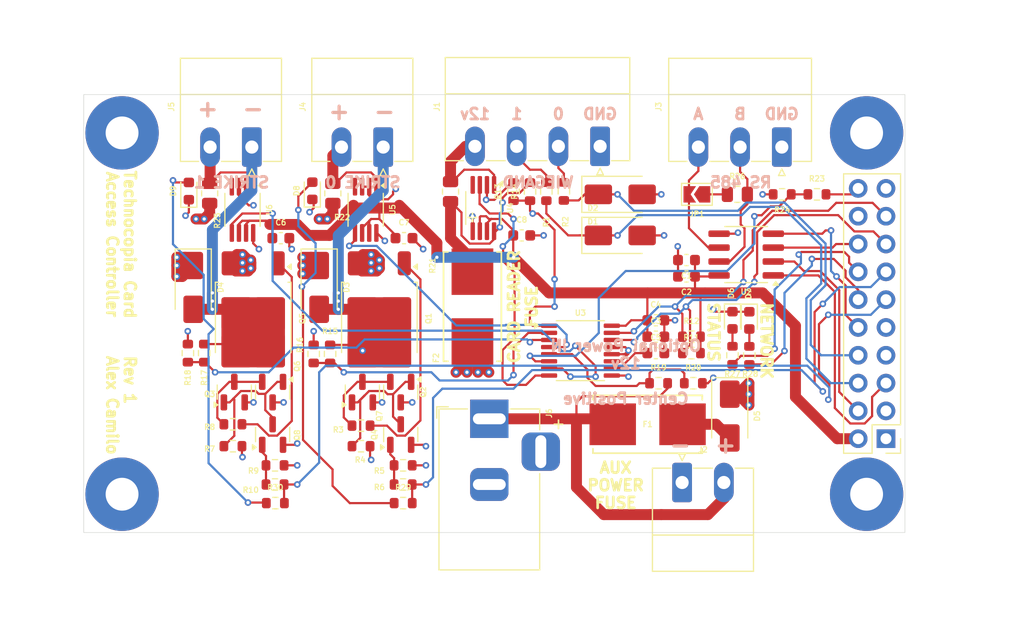
<source format=kicad_pcb>
(kicad_pcb (version 20240108) (generator "pcbnew") (generator_version "8.0")
  (layers (0 "F.Cu" signal) (1 "In1.Cu" signal) (2 "In2.Cu" signal) (31 "B.Cu" signal) (34 "B.Paste" user) (35 "F.Paste" user) (36 "B.SilkS" user "B.Silkscreen") (37 "F.SilkS" user "F.Silkscreen") (38 "B.Mask" user) (39 "F.Mask" user) (44 "Edge.Cuts" user))
  (net 0 "")
  (net 2 "Net-(U1-IO5)")
  (net 5 "Net-(U1-IO14)")
  (net 6 "GND")
  (net 7 "STRIKE_1")
  (net 8 "STRIKE_0")
  (net 9 "RS485_DE")
  (net 10 "RS485_RE")
  (net 11 "SCL")
  (net 12 "WIE_1")
  (net 13 "RS485_DI")
  (net 14 "WIE_0")
  (net 15 "+12V")
  (net 16 "SDA")
  (net 17 "+3V3")
  (net 18 "RS485_RO")
  (net 19 "Net-(D5-A)")
  (net 20 "Net-(J2-Pin_2)")
  (net 21 "Net-(J1-Pin_4)")
  (net 22 "STRIKE_FB0")
  (net 23 "Net-(D3-A)")
  (net 24 "READER_FUSE_FB")
  (net 25 "DC_CONN_FB")
  (net 26 "Net-(Q8-B)")
  (net 27 "Net-(Q5-G)")
  (net 28 "Net-(Q4-B)")
  (net 29 "Net-(Q2-B)")
  (net 30 "Net-(Q2-E)")
  (net 31 "Net-(Q1-G)")
  (net 32 "STRIKE_FB1")
  (net 33 "Net-(D4-A)")
  (net 34 "12v_fb")
  (net 35 "Net-(D9-A)")
  (net 36 "Net-(D7-A)")
  (net 37 "Net-(D6-A)")
  (net 38 "Net-(U3-REF)")
  (net 39 "Net-(J3-Pin_3)")
  (net 40 "Net-(J3-Pin_2)")
  (net 41 "Net-(Q3-B)")
  (net 42 "Net-(Q3-C)")
  (net 43 "Net-(U4-IN+)")
  (net 45 "READER_CURRENT")
  (net 46 "Net-(J4-Pin_2)")
  (net 47 "Net-(J5-Pin_2)")
  (net 48 "Net-(J1-Pin_3)")
  (net 49 "Net-(J1-Pin_2)")
  (net 51 "STRIKE_0_CURRENT")
  (net 52 "STRIKE_1_CURRENT")
  (net 54 "Net-(JP1-A)")
  (net 55 "Net-(D8-A)")
  (footprint "Connector_Phoenix_MC:PhoenixContact_MC_1,5_2-G-3.81_1x02_P3.81mm_Horizontal" (layer "F.Cu") (at 156.15 114.8175)
    (property "Reference" "J2")
    (property "Value" "12v in")
  )
  (footprint "Connector_BarrelJack:BarrelJack_Horizontal" (layer "F.Cu") (at 138.5425 109 90)
    (property "Reference" "J6")
    (property "Value" "Barrel_Jack")
  )
  (footprint "Package_SO:MSOP-8_3x3mm_P0.65mm" (layer "F.Cu") (at 116 89.9125 -90)
    (property "Reference" "U6")
    (property "Value" "AD8417")
  )
  (footprint "Resistor_SMD:R_0805_2012Metric" (layer "F.Cu") (at 113 88.4125 90)
    (property "Reference" "R25")
    (property "Value" "0.1")
  )
  (footprint "Resistor_SMD:R_0603_1608Metric" (layer "F.Cu") (at 168.465 88.5)
    (property "Reference" "R23")
    (property "Value" "47k")
  )
  (footprint "Capacitor_SMD:C_0603_1608Metric" (layer "F.Cu") (at 153.75 103)
    (property "Reference" "C5")
    (property "Value" "1uF")
  )
  (footprint "Capacitor_SMD:C_0603_1608Metric" (layer "F.Cu") (at 153.75 100)
    (property "Reference" "C4")
    (property "Value" "0.1uF")
  )
  (footprint "Package_TO_SOT_SMD:SOT-23" (layer "F.Cu") (at 130.45 110.4375 90)
    (property "Reference" "Q4")
    (property "Value" "Q_NPN_BEC")
  )
  (footprint "Package_SO:MSOP-8_3x3mm_P0.65mm" (layer "F.Cu") (at 127.25 89.9125 -90)
    (property "Reference" "U5")
    (property "Value" "AD8417")
  )
  (footprint "Diode_SMD:D_SMA" (layer "F.Cu") (at 160.5 108.75 -90)
    (property "Reference" "D5")
    (property "Value" "D")
  )
  (footprint "Package_TO_SOT_SMD:SOT-23" (layer "F.Cu") (at 126.95 106.5625 90)
    (property "Reference" "Q7")
    (property "Value" "Q_PNP_BEC")
  )
  (footprint "wesp_hat:wesp_hat" (layer "F.Cu") (at 101.5 119.3875)
    (property "Reference" "U1" (hide yes))
    (property "Value" "~" (hide yes))
    (fp_rect (start 0 -40) (end 75 0) (stroke (width 0.05)) (fill none) (layer "Edge.Cuts"))
  )
  (footprint "Resistor_SMD:R_0603_1608Metric" (layer "F.Cu") (at 122.5 103.075 90)
    (property "Reference" "R16")
    (property "Value" "10k")
  )
  (footprint "Package_TO_SOT_SMD:SOT-23" (layer "F.Cu") (at 115.25 106.5625 90)
    (property "Reference" "Q3")
    (property "Value" "Q_PNP_BEC")
  )
  (footprint "Resistor_SMD:R_0603_1608Metric" (layer "F.Cu") (at 157.175 105.75)
    (property "Reference" "R20")
    (property "Value" "10k")
  )
  (footprint "Jumper:SolderJumper-2_P1.3mm_Open_TrianglePad1.0x1.5mm" (layer "F.Cu") (at 157.5 88.5 180)
    (property "Reference" "JP1")
    (property "Value" "Jumper_2_Open")
  )
  (footprint "Resistor_SMD:R_0603_1608Metric" (layer "F.Cu") (at 157 103)
    (property "Reference" "R11")
    (property "Value" "10k")
  )
  (footprint "Connector_Phoenix_MC:PhoenixContact_MC_1,5_2-G-3.81_1x02_P3.81mm_Horizontal" (layer "F.Cu") (at 116.85 84.1825 180)
    (property "Reference" "J5")
    (property "Value" "Door_Strike")
  )
  (footprint "LED_SMD:LED_0603_1608Metric" (layer "F.Cu") (at 111.1 88.2 90)
    (property "Reference" "D9")
    (property "Value" "LED")
  )
  (footprint "Resistor_SMD:R_0603_1608Metric" (layer "F.Cu") (at 119 116.7)
    (property "Reference" "R30")
    (property "Value" "330")
  )
  (footprint "Package_TO_SOT_SMD:SOT-23" (layer "F.Cu") (at 130.45 106.5625 -90)
    (property "Reference" "Q2")
    (property "Value" "Q_NPN_BEC")
  )
  (footprint "Resistor_SMD:R_0603_1608Metric" (layer "F.Cu") (at 157 101.5)
    (property "Reference" "R12")
    (property "Value" "10k")
  )
  (footprint "Connector_Phoenix_MC:PhoenixContact_MC_1,5_3-G-3.81_1x03_P3.81mm_Horizontal" (layer "F.Cu") (at 165.255 84.1825 180)
    (property "Reference" "J3")
    (property "Value" "RS485")
  )
  (footprint "Capacitor_SMD:C_0603_1608Metric" (layer "F.Cu") (at 119.5 92.5)
    (property "Reference" "C6")
    (property "Value" "0.1uF")
  )
  (footprint "Resistor_SMD:R_0603_1608Metric" (layer "F.Cu") (at 154 105.75)
    (property "Reference" "R19")
    (property "Value" "47k")
  )
  (footprint "fuse154:0154Series_LTF" (layer "F.Cu") (at 153 109.5)
    (property "Reference" "F1")
    (property "Value" "Fuse")
  )
  (footprint "Package_SO:SOIC-8_3.9x4.9mm_P1.27mm" (layer "F.Cu") (at 162 94 180)
    (property "Reference" "U2")
    (property "Value" "MAX3485")
  )
  (footprint "Capacitor_SMD:C_0603_1608Metric" (layer "F.Cu") (at 141.5 92.25)
    (property "Reference" "C8")
    (property "Value" "0.1uF")
  )
  (footprint "Resistor_SMD:R_0603_1608Metric" (layer "F.Cu") (at 160.75 103.2 -90)
    (property "Reference" "R27")
    (property "Value" "330")
  )
  (footprint "LED_SMD:LED_0603_1608Metric" (layer "F.Cu") (at 122.375 88.175 90)
    (property "Reference" "D8")
    (property "Value" "LED")
  )
  (footprint "Resistor_SMD:R_0805_2012Metric" (layer "F.Cu") (at 135 88.25 90)
    (property "Reference" "R21")
    (property "Value" "0.1")
  )
  (footprint "Resistor_SMD:R_0603_1608Metric" (layer "F.Cu") (at 124 103.075 90)
    (property "Reference" "R15")
    (property "Value" "47k")
  )
  (footprint "Resistor_SMD:R_0603_1608Metric" (layer "F.Cu") (at 118.97 113.25)
    (property "Reference" "R9")
    (property "Value" "47k")
  )
  (footprint "Connector_Phoenix_MC:PhoenixContact_MC_1,5_2-G-3.81_1x02_P3.81mm_Horizontal" (layer "F.Cu") (at 128.85 84.1825 180)
    (property "Reference" "J4")
    (property "Value" "Door_Strike")
  )
  (footprint "Resistor_SMD:R_0603_1608Metric" (layer "F.Cu") (at 126.825 109.625 180)
    (property "Reference" "R3")
    (property "Value" "100")
  )
  (footprint "Resistor_SMD:R_0603_1608Metric" (layer "F.Cu") (at 111.01 103 90)
    (property "Reference" "R18")
    (property "Value" "10k")
  )
  (footprint "Resistor_SMD:R_0603_1608Metric" (layer "F.Cu") (at 145.35 88.23 -90)
    (property "Reference" "R2")
    (property "Value" "100")
  )
  (footprint "Resistor_SMD:R_0603_1608Metric" (layer "F.Cu") (at 130.675 116.7)
    (property "Reference" "R29")
    (property "Value" "330")
  )
  (footprint "Resistor_SMD:R_0805_2012Metric" (layer "F.Cu") (at 161.195 88.5)
    (property "Reference" "R26")
    (property "Value" "120")
  )
  (footprint "Package_TO_SOT_SMD:SOT-23" (layer "F.Cu") (at 118.75 106.5625 -90)
    (property "Reference" "Q6")
    (property "Value" "Q_NPN_BEC")
  )
  (footprint "Capacitor_SMD:C_0603_1608Metric" (layer "F.Cu") (at 156.55 96 180)
    (property "Reference" "C2")
    (property "Value" "0.1uF")
  )
  (footprint "Resistor_SMD:R_0603_1608Metric" (layer "F.Cu") (at 115.125 111.5)
    (property "Reference" "R8")
    (property "Value" "1k")
  )
  (footprint "Resistor_SMD:R_0603_1608Metric" (layer "F.Cu") (at 126.825 111.5)
    (property "Reference" "R4")
    (property "Value" "1k")
  )
  (footprint "Capacitor_SMD:C_0603_1608Metric" (layer "F.Cu") (at 153.75 101.5)
    (property "Reference" "C3")
    (property "Value" "1uF")
  )
  (footprint "Diode_SMD:D_SMA" (layer "F.Cu") (at 150.5 92.25)
    (property "Reference" "D2")
    (property "Value" "D_Zener_Small")
  )
  (footprint "Resistor_SMD:R_0603_1608Metric" (layer "F.Cu") (at 143.75 88.25 -90)
    (property "Reference" "R1")
    (property "Value" "100")
  )
  (footprint "Diode_SMD:D_SMA" (layer "F.Cu") (at 111.5 97 -90)
    (property "Reference" "D4")
    (property "Value" "D")
  )
  (footprint "Package_TO_SOT_SMD:TO-252-2" (layer "F.Cu") (at 116.975 99.84 -90)
    (property "Reference" "Q5")
    (property "Value" "Q_NMOS_GDS")
  )
  (footprint "Resistor_SMD:R_0603_1608Metric" (layer "F.Cu") (at 162.29 103.21 -90)
    (property "Reference" "R28")
    (property "Value" "330")
  )
  (footprint "LED_SMD:LED_0603_1608Metric" (layer "F.Cu") (at 160.75 100 -90)
    (property "Reference" "D6")
    (property "Value" "LED")
  )
  (footprint "Resistor_SMD:R_0603_1608Metric" (layer "F.Cu") (at 140.75 88.25 90)
    (property "Reference" "R13")
    (property "Value" "10k")
  )
  (footprint "Diode_SMD:D_SMA" (layer "F.Cu") (at 150.5 88.5)
    (property "Reference" "D1")
    (property "Value" "D_Zener_Small")
  )
  (footprint "Resistor_SMD:R_0603_1608Metric" (layer "F.Cu") (at 118.97 115)
    (property "Reference" "R10")
    (property "Value" "10k")
  )
  (footprint "Diode_SMD:D_SMA" (layer "F.Cu") (at 123 97 -90)
    (property "Reference" "D3")
    (property "Value" "D")
  )
  (footprint "Package_SO:TSSOP-16_4.4x5mm_P0.65mm" (layer "F.Cu") (at 146.8625 102.775)
    (property "Reference" "U3")
    (property "Value" "ADS7828")
  )
  (footprint "fuse154:0154Series_LTF" (layer "F.Cu") (at 137 98.75 -90)
    (property "Reference" "F2")
    (property "Value" "Fuse")
  )
  (footprint "Resistor_SMD:R_0603_1608Metric" (layer "F.Cu") (at 112.5 103 90)
    (property "Reference" "R17")
    (property "Value" "47k")
  )
  (footprint "Resistor_SMD:R_0805_2012Metric" (layer "F.Cu") (at 124.25 88.4125 90)
    (property "Reference" "R22")
    (property "Value" "0.1")
  )
  (footprint "Resistor_SMD:R_0603_1608Metric" (layer "F.Cu") (at 115.125 109.5 180)
    (property "Reference" "R7")
    (property "Value" "100")
  )
  (footprint "Package_SO:MSOP-8_3x3mm_P0.65mm" (layer "F.Cu") (at 138 89.75 -90)
    (property "Reference" "U4")
    (property "Value" "AD8417")
  )
  (footprint "Resistor_SMD:R_0603_1608Metric" (layer "F.Cu") (at 130.67 113.25)
    (property "Reference" "R5")
    (property "Value" "47k")
  )
  (footprint "Resistor_SMD:R_0603_1608Metric" (layer "F.Cu") (at 165.29 88.5 180)
    (property "Reference" "R24")
    (property "Value" "10k")
  )
  (footprint "Package_TO_SOT_SMD:TO-252-2" (layer "F.Cu") (at 128.4975 99.84 -90)
    (property "Reference" "Q1")
    (property "Value" "Q_NMOS_GDS")
  )
  (footprint "Resistor_SMD:R_0603_1608Metric" (layer "F.Cu") (at 130.67 115)
    (property "Reference" "R6")
    (property "Value" "10k")
  )
  (footprint "Capacitor_SMD:C_0603_1608Metric" (layer "F.Cu") (at 130.75 92.5)
    (property "Reference" "C7")
    (property "Value" "0.1uF")
  )
  (footprint "LED_SMD:LED_0603_1608Metric" (layer "F.Cu") (at 162.29 100.01 -90)
    (property "Reference" "D7")
    (property "Value" "LED")
  )
  (footprint "Resistor_SMD:R_0603_1608Metric" (layer "F.Cu") (at 142.26 88.25 90)
    (property "Reference" "R14")
    (property "Value" "47k")
  )
  (footprint "Connector_Phoenix_MC:PhoenixContact_MC_1,5_4-G-3.81_1x04_P3.81mm_Horizontal" (layer "F.Cu") (at 148.66 84.115 180)
    (property "Reference" "J1")
    (property "Value" "Card_Reader")
  )
  (footprint "Package_TO_SOT_SMD:SOT-23" (layer "F.Cu") (at 118.75 110.4375 90)
    (property "Reference" "Q8")
    (property "Value" "Q_NPN_BEC")
  )
  (footprint "Capacitor_SMD:C_0603_1608Metric" (layer "F.Cu") (at 156.55 94.5 180)
    (property "Reference" "C1")
    (property "Value" "1uF")
  )
  (gr_text "GND" (at 148.66 81.75 0) (layer "B.SilkS") (effects (font (size 1 1) (thickness 0.25) (bold yes)) (justify bottom mirror)))
  (gr_text "STRIKE 1" (at 115 88 0) (layer "B.SilkS") (effects (font (size 1 1) (thickness 0.25) (bold yes)) (justify bottom mirror)))
  (gr_text "WIEGAND" (at 143 88 0) (layer "B.SilkS") (effects (font (size 1 1) (thickness 0.25) (bold yes)) (justify bottom mirror)))
  (gr_text "GND" (at 165.25 81.75 0) (layer "B.SilkS") (effects (font (size 1 1) (thickness 0.25) (bold yes)) (justify bottom mirror)))
  (gr_text "B" (at 161.44 81.75 0) (layer "B.SilkS") (effects (font (size 1 1) (thickness 0.25) (bold yes)) (justify bottom mirror)))
  (gr_text "0" (at 144.85 81.75 0) (layer "B.SilkS") (effects (font (size 1 1) (thickness 0.25) (bold yes)) (justify bottom mirror)))
  (gr_text "+  -" (at 123.7 80.25 180) (layer "B.SilkS") (effects (font (size 1.5 1.5) (thickness 0.3) (bold yes)) (justify left bottom mirror)))
  (gr_text "12v" (at 137.23 81.75 0) (layer "B.SilkS") (effects (font (size 1 1) (thickness 0.25) (bold yes)) (justify bottom mirror)))
  (gr_text "STRIKE 0" (at 127 88 0) (layer "B.SilkS") (effects (font (size 1 1) (thickness 0.25) (bold yes)) (justify bottom mirror)))
  (gr_text "A" (at 157.63 81.75 0) (layer "B.SilkS") (effects (font (size 1 1) (thickness 0.25) (bold yes)) (justify bottom mirror)))
  (gr_text "Optional Power IN\n12v\n\nCenter Positive" (at 151 107.75 0) (layer "B.SilkS") (effects (font (size 1 1) (thickness 0.25) (bold yes)) (justify bottom mirror)))
  (gr_text "+  -" (at 161.25 112.25 0) (layer "B.SilkS") (effects (font (size 1.5 1.5) (thickness 0.3) (bold yes)) (justify left bottom mirror)))
  (gr_text "+  -" (at 111.7 80 180) (layer "B.SilkS") (effects (font (size 1.5 1.5) (thickness 0.3) (bold yes)) (justify left bottom mirror)))
  (gr_text "RS 485" (at 161.5 88 0) (layer "B.SilkS") (effects (font (size 1 1) (thickness 0.25) (bold yes)) (justify bottom mirror)))
  (gr_text "1" (at 141.04 81.75 0) (layer "B.SilkS") (effects (font (size 1 1) (thickness 0.25) (bold yes)) (justify bottom mirror)))
  (gr_text "NETWORK" (at 163.28 98.26 270) (layer "F.SilkS") (effects (font (size 1 1) (thickness 0.25) (bold yes)) (justify left bottom)))
  (gr_text "CARD READER\nFUSE" (at 143 98.75 90) (layer "F.SilkS") (effects (font (size 1 1) (thickness 0.25) (bold yes)) (justify bottom)))
  (gr_text "AUX\nPOWER\nFUSE" (at 150.08 117.27 0) (layer "F.SilkS") (effects (font (size 1 1) (thickness 0.25) (bold yes)) (justify bottom)))
  (gr_text "STATUS" (at 158.43 98.26 270) (layer "F.SilkS") (effects (font (size 1 1) (thickness 0.25) (bold yes)) (justify left bottom)))
  (gr_text "Rev 1\nAlex Camilo" (at 103.52 103.12 270) (layer "F.SilkS") (effects (font (size 1 1) (thickness 0.25) (bold yes)) (justify left bottom)))
  (gr_text "Technocopia Card\nAccess Controller" (at 103.52 93.08 -90) (layer "F.SilkS") (effects (font (size 1 1) (thickness 0.25) (bold yes)) (justify bottom)))
  (segment (start 172.23 97.23) (end 172.23 98.1175) (width 0.2) (layer "F.Cu") (net 2))
  (segment (start 168 94.4) (end 170 94.4) (width 0.2) (layer "F.Cu") (net 2))
  (segment (start 171.08 96.08) (end 172.23 97.23) (width 0.2) (layer "F.Cu") (net 2))
  (segment (start 164.265 104.035) (end 165.5 102.8) (width 0.2) (layer "F.Cu") (net 2))
  (segment (start 170 94.4) (end 171.08 95.48) (width 0.2) (layer "F.Cu") (net 2))
  (segment (start 162.29 104.035) (end 164.265 104.035) (width 0.2) (layer "F.Cu") (net 2))
  (segment (start 171.08 95.48) (end 171.08 96.08) (width 0.2) (layer "F.Cu") (net 2))
  (via (at 168 94.4) (size 0.6) (drill 0.3) (layers "F.Cu" "B.Cu") (net 2))
  (via (at 165.5 102.8) (size 0.6) (drill 0.3) (layers "F.Cu" "B.Cu") (net 2))
  (segment (start 167.7 95.3) (end 168 95) (width 0.2) (layer "B.Cu") (net 2))
  (segment (start 165.5 97.5) (end 167.7 95.3) (width 0.2) (layer "B.Cu") (net 2))
  (segment (start 168 95) (end 168 94.4) (width 0.2) (layer "B.Cu") (net 2))
  (segment (start 165.5 102.8) (end 165.5 97.5) (width 0.2) (layer "B.Cu") (net 2))
  (segment (start 161.525 103.25) (end 163.95 103.25) (width 0.2) (layer "F.Cu") (net 5))
  (segment (start 172.23 95.5775) (end 171.4 94.7475) (width 0.2) (layer "F.Cu") (net 5))
  (segment (start 167.035 93.765) (end 166.8 94) (width 0.2) (layer "F.Cu") (net 5))
  (segment (start 170.965 93.765) (end 167.035 93.765) (width 0.2) (layer "F.Cu") (net 5))
  (segment (start 171.4 94.7475) (end 171.4 94.2) (width 0.2) (layer "F.Cu") (net 5))
  (segment (start 163.95 103.25) (end 164.6 102.6) (width 0.2) (layer "F.Cu") (net 5))
  (segment (start 171.4 94.2) (end 170.965 93.765) (width 0.2) (layer "F.Cu") (net 5))
  (segment (start 160.75 104.025) (end 161.525 103.25) (width 0.2) (layer "F.Cu") (net 5))
  (via (at 166.8 94) (size 0.6) (drill 0.3) (layers "F.Cu" "B.Cu") (net 5))
  (via (at 164.6 102.6) (size 0.6) (drill 0.3) (layers "F.Cu" "B.Cu") (net 5))
  (segment (start 167 94.8) (end 167 94.2) (width 0.2) (layer "B.Cu") (net 5))
  (segment (start 164.6 102.6) (end 164.6 97.2) (width 0.2) (layer "B.Cu") (net 5))
  (segment (start 164.6 97.2) (end 167 94.8) (width 0.2) (layer "B.Cu") (net 5))
  (segment (start 167 94.2) (end 166.8 94) (width 0.2) (layer "B.Cu") (net 5))
  (segment (start 127.575 87.8) (end 127.575 88.612499) (width 0.2) (layer "F.Cu") (net 6))
  (segment (start 111.01 102.175) (end 111.01 101.01) (width 0.2) (layer "F.Cu") (net 6))
  (segment (start 155.775 93.275) (end 155.75 93.25) (width 0.2) (layer "F.Cu") (net 6))
  (segment (start 149.725 102.45) (end 150.95 102.45) (width 0.2) (layer "F.Cu") (net 6))
  (segment (start 127.575 88.612499) (end 127.912501 88.95) (width 0.2) (layer "F.Cu") (net 6))
  (segment (start 127.0175 94) (end 126.2175 94.8) (width 1) (layer "F.Cu") (net 6))
  (segment (start 127.75 94) (end 128 94) (width 1) (layer "F.Cu") (net 6))
  (segment (start 127.912501 88.95) (end 129.3 88.95) (width 0.2) (layer "F.Cu") (net 6))
  (segment (start 115.675 87.8) (end 115.675 88.612499) (width 0.2) (layer "F.Cu") (net 6))
  (segment (start 152.5 88.5) (end 154.25 88.5) (width 0.2) (layer "F.Cu") (net 6))
  (segment (start 127.7 94.8) (end 127.75 94.75) (width 1) (layer "F.Cu") (net 6))
  (segment (start 149.725 105.05) (end 151.15 105.05) (width 0.2) (layer "F.Cu") (net 6))
  (segment (start 126.2175 94.8) (end 127.7 94.8) (width 1) (layer "F.Cu") (net 6))
  (segment (start 128.5 95.25) (end 128.5 94.5) (width 1) (layer "F.Cu") (net 6))
  (segment (start 150.9 103.1) (end 151.25 102.75) (width 0.2) (layer "F.Cu") (net 6))
  (segment (start 150.75 103.1) (end 150.9 103.1) (width 0.2) (layer "F.Cu") (net 6))
  (segment (start 115.495 94) (end 114.695 94.8) (width 1) (layer "F.Cu") (net 6))
  (segment (start 114.695 94.8) (end 115.95 94.8) (width 1) (layer "F.Cu") (net 6))
  (segment (start 129.3 88.95) (end 129.75 88.5) (width 0.2) (layer "F.Cu") (net 6))
  (segment (start 154.525 103) (end 154.525 101.5) (width 0.2) (layer "F.Cu") (net 6))
  (segment (start 151.25 103.046813) (end 151.25 102.75) (width 0.2) (layer "F.Cu") (net 6))
  (segment (start 155.775 96) (end 155.775 94.5) (width 0.2) (layer "F.Cu") (net 6))
  (segment (start 140.575 87.425) (end 139 89) (width 0.2) (layer "F.Cu") (net 6))
  (segment (start 142.275 92.25) (end 143.5 92.25) (width 0.2) (layer "F.Cu") (net 6))
  (segment (start 120.275 92.5) (end 120.275 93.275) (width 0.2) (layer "F.Cu") (net 6))
  (segment (start 116.2 107.5) (end 117 107.5) (width 0.2) (layer "F.Cu") (net 6))
  (segment (start 154.525 100) (end 155.5 100) (width 0.2) (layer "F.Cu") (net 6))
  (segment (start 152.5 92.25) (end 154.5 92.25) (width 0.2) (layer "F.Cu") (net 6))
  (segment (start 116.75 94.5) (end 116.75 95.25) (width 1) (layer "F.Cu") (net 6))
  (segment (start 127.75 94) (end 127.0175 94) (width 1) (layer "F.Cu") (net 6))
  (segment (start 151.15 105.05) (end 151.25 105.15) (width 0.2) (layer "F.Cu") (net 6))
  (segment (start 151.196813 103.1) (end 151.25 103.046813) (width 0.2) (layer "F.Cu") (net 6))
  (segment (start 127.75 95.5) (end 128.25 95.5) (width 1) (layer "F.Cu") (net 6))
  (segment (start 128.25 95.5) (end 128.5 95.25) (width 1) (layer "F.Cu") (net 6))
  (segment (start 140.75 87.425) (end 140.575 87.425) (width 0.2) (layer "F.Cu") (net 6))
  (segment (start 115.95 94.8) (end 116 94.75) (width 1) (layer "F.Cu") (net 6))
  (segment (start 111.1 88.9875) (end 111.1 90.145284) (width 0.2) (layer "F.Cu") (net 6))
  (segment (start 128 94) (end 128.5 94.5) (width 1) (layer "F.Cu") (net 6))
  (segment (start 161.155 92.095) (end 161.25 92) (width 0.2) (layer "F.Cu") (net 6))
  (segment (start 115.675 87.8) (end 116.325 87.8) (width 0.2) (layer "F.Cu") (net 6))
  (segment (start 149.725 103.75) (end 150.546813 103.75) (width 0.2) (layer "F.Cu") (net 6))
  (segment (start 122.5 102.25) (end 122.5 101) (width 0.2) (layer "F.Cu") (net 6))
  (segment (start 120.275 93.275) (end 120.5 93.5) (width 0.2) (layer "F.Cu") (net 6))
  (segment (start 162.29 99.2225) (end 160.76 99.2225) (width 0.2) (layer "F.Cu") (net 6))
  (segment (start 120.875 111.375) (end 121 111.25) (width 0.2) (layer "F.Cu") (net 6))
  (segment (start 119.795 113.25) (end 121 113.25) (width 0.2) (layer "F.Cu") (net 6))
  (segment (start 150.546813 103.75) (end 151.25 103.046813) (width 0.2) (layer "F.Cu") (net 6))
  (segment (start 150.75 103.1) (end 151.196813 103.1) (width 0.2) (layer "F.Cu") (net 6))
  (segment (start 154.525 101.5) (end 154.525 100) (width 0.2) (layer "F.Cu") (net 6))
  (segment (start 116 95.5) (end 116.5 95.5) (width 1) (layer "F.Cu") (net 6))
  (segment (start 116 95.5) (end 115.395 95.5) (width 1) (layer "F.Cu") (net 6))
  (segment (start 115.675 88.612499) (end 116.562501 89.5) (width 0.2) (layer "F.Cu") (net 6))
  (segment (start 116.5 95.5) (end 116.75 95.25) (width 1) (layer "F.Cu") (net 6))
  (segment (start 111.01 101.01) (end 111 101) (width 0.2) (layer "F.Cu") (net 6))
  (segment (start 129.75 88.5) (end 129.75 88.25) (width 0.2) (layer "F.Cu") (net 6))
  (segment (start 159.525 92.095) (end 161.155 92.095) (width 0.2) (layer "F.Cu") (net 6))
  (segment (start 131.525 92.5) (end 131.525 92.525) (width 0.2) (layer "F.Cu") (net 6))
  (segment (start 129.75 88.25) (end 130 88) (width 0.2) (layer "F.Cu") (net 6))
  (segment (start 158.5 105.75) (end 159 105.25) (width 0.2) (layer "F.Cu") (net 6))
  (segment (start 160.75 99.2125) (end 159.2125 99.2125) (width 0.2) (layer "F.Cu") (net 6))
  (segment (start 137.025 91.8625) (end 137.025 90.525) (width 0.2) (layer "F.Cu") (net 6))
  (segment (start 149.725 103.1) (end 150.75 103.1) (width 0.2) (layer "F.Cu") (net 6))
  (segment (start 137.025 90.525) (end 137 90.5) (width 0.2) (layer "F.Cu") (net 6))
  (segment (start 116.562501 89.5) (end 117 89.5) (width 0.2) (layer "F.Cu") (net 6))
  (segment (start 150.95 102.45) (end 151.25 102.75) (width 0.2) (layer "F.Cu") (net 6))
  (segment (start 138.325 88.925) (end 138.25 89) (width 0.2) (layer "F.Cu") (net 6))
  (segment (start 127.75 95.5) (end 126.9175 95.5) (width 1) (layer "F.Cu") (net 6))
  (segment (start 126.9175 95.5) (end 126.2175 94.8) (width 1) (layer "F.Cu") (net 6))
  (segment (start 127.75 94) (end 127.75 95.5) (width 1) (layer "F.Cu") (net 6))
  (segment (start 111.1 90.145284) (end 110.796416 90.448868) (width 0.2) (layer "F.Cu") (net 6))
  (segment (start 132.625 111.375) (end 132.75 111.5) (width 0.2) (layer "F.Cu") (net 6))
  (segment (start 131.4 111.375) (end 132.625 111.375) (width 0.2) (layer "F.Cu") (net 6))
  (segment (start 131.495 113.25) (end 132.75 113.25) (width 0.2) (layer "F.Cu") (net 6))
  (segment (start 119.7 111.375) (end 120.875 111.375) (width 0.2) (layer "F.Cu") (net 6))
  (segment (start 127.9 107.5) (end 128.75 107.5) (width 0.2) (layer "F.Cu") (net 6))
  (segment (start 138.325 87.6375) (end 138.325 88.925) (width 0.2) (layer "F.Cu") (net 6))
  (segment (start 159.2125 99.2125) (end 159 99) (width 0.2) (layer "F.Cu") (net 6))
  (segment (start 122.5 89.75) (end 122.125 90.125) (width 0.2) (layer "F.Cu") (net 6))
  (segment (start 155.775 94.5) (end 155.775 93.275) (width 0.2) (layer "F.Cu") (net 6))
  (segment (start 116.75 94.75) (end 116 94) (width 1) (layer "F.Cu") (net 6))
  (segment (start 116.75 95.25) (end 116.75 94.75) (width 1) (layer "F.Cu") (net 6))
  (segment (start 115.395 95.5) (end 114.695 94.8) (width 1) (layer "F.Cu") (net 6))
  (segment (start 131.525 92.525) (end 132.5 93.5) (width 0.2) (layer "F.Cu") (net 6))
  (segment (start 164.465 88.5) (end 163.5 88.5) (width 0.2) (layer "F.Cu") (net 6))
  (segment (start 127.575 87.8) (end 126.925 87.8) (width 0.2) (layer "F.Cu") (net 6))
  (segment (start 122.5 88.9875) (end 122.5 89.75) (width 0.2) (layer "F.Cu") (net 6))
  (segment (start 158 105.75) (end 158.5 105.75) (width 0.2) (layer "F.Cu") (net 6))
  (segment (start 116 94) (end 115.495 94) (width 1) (layer "F.Cu") (net 6))
  (segment (start 160.76 99.2225) (end 160.75 99.2125) (width 0.2) (layer "F.Cu") (net 6))
  (segment (start 139 89) (end 138.25 89) (width 0.2) (layer "F.Cu") (net 6))
  (via (at 111 101) (size 0.6) (drill 0.3) (layers "F.Cu" "B.Cu") (net 6))
  (via (at 163.5 88.5) (size 0.6) (drill 0.3) (layers "F.Cu" "B.Cu") (net 6))
  (via (at 121 113.25) (size 0.6) (drill 0.3) (layers "F.Cu" "B.Cu") (net 6))
  (via (at 132.5 93.5) (size 0.6) (drill 0.3) (layers "F.Cu" "B.Cu") (net 6))
  (via (at 116 94) (size 0.6) (drill 0.3) (layers "F.Cu" "B.Cu") (net 6))
  (via (at 128.75 107.5) (size 0.6) (drill 0.3) (layers "F.Cu" "B.Cu") (net 6))
  (via (at 143.5 92.25) (size 0.6) (drill 0.3) (layers "F.Cu" "B.Cu") (net 6))
  (via (at 116 95.5) (size 0.6) (drill 0.3) (layers "F.Cu" "B.Cu") (net 6))
  (via (at 132.75 113.25) (size 0.6) (drill 0.3) (layers "F.Cu" "B.Cu") (net 6))
  (via (at 128.5 94.5) (size 0.6) (drill 0.3) (layers "F.Cu" "B.Cu") (net 6))
  (via (at 151.25 105.15) (size 0.6) (drill 0.3) (layers "F.Cu" "B.Cu") (net 6))
  (via (at 151.25 102.75) (size 0.6) (drill 0.3) (layers "F.Cu" "B.Cu") (net 6))
  (via (at 116.75 95.25) (size 0.6) (drill 0.3) (layers "F.Cu" "B.Cu") (net 6))
  (via (at 122.5 101) (size 0.6) (drill 0.3) (layers "F.Cu" "B.Cu") (net 6))
  (via (at 117 89.5) (size 0.6) (drill 0.3) (layers "F.Cu" "B.Cu") (net 6))
  (via (at 159 99) (size 0.6) (drill 0.3) (layers "F.Cu" "B.Cu") (net 6))
  (via (at 154.5 92.25) (size 0.6) (drill 0.3) (layers "F.Cu" "B.Cu") (net 6))
  (via (at 154.25 88.5) (size 0.6) (drill 0.3) (layers "F.Cu" "B.Cu") (net 6))
  (via (at 121 111.25) (size 0.6) (drill 0.3) (layers "F.Cu" "B.Cu") (net 6))
  (via (at 128.5 95.25) (size 0.6) (drill 0.3) (layers "F.Cu" "B.Cu") (net 6))
  (via (at 137 90.5) (size 0.6) (drill 0.3) (layers "F.Cu" "B.Cu") (net 6))
  (via (at 161.25 92) (size 0.6) (drill 0.3) (layers "F.Cu" "B.Cu") (net 6))
  (via (at 138.25 89) (size 0.6) (drill 0.3) (layers "F.Cu" "B.Cu") (net 6))
  (via (at 155.5 100) (size 0.6) (drill 0.3) (layers "F.Cu" "B.Cu") (net 6))
  (via (at 127.75 94) (size 0.6) (drill 0.3) (layers "F.Cu" "B.Cu") (net 6))
  (via (at 116 94.75) (size 0.6) (drill 0.3) (layers "F.Cu" "B.Cu") (net 6))
  (via (at 159 105.25) (size 0.6) (drill 0.3) (layers "F.Cu" "B.Cu") (net 6))
  (via (at 120.5 93.5) (size 0.6) (drill 0.3) (layers "F.Cu" "B.Cu") (net 6))
  (via (at 130 88) (size 0.6) (drill 0.3) (layers "F.Cu" "B.Cu") (net 6))
  (via (at 110.796416 90.448868) (size 0.6) (drill 0.3) (layers "F.Cu" "B.Cu") (net 6))
  (via (at 116.75 94.5) (size 0.6) (drill 0.3) (layers "F.Cu" "B.Cu") (net 6))
  (via (at 122.125 90.125) (size 0.6) (drill 0.3) (layers "F.Cu" "B.Cu") (net 6))
  (via (at 117 107.5) (size 0.6) (drill 0.3) (layers "F.Cu" "B.Cu") (net 6))
  (via (at 127.75 95.5) (size 0.6) (drill 0.3) (layers "F.Cu" "B.Cu") (net 6))
  (via (at 155.75 93.25) (size 0.6) (drill 0.3) (layers "F.Cu" "B.Cu") (net 6))
  (via (at 127.75 94.75) (size 0.6) (drill 0.3) (layers "F.Cu" "B.Cu") (net 6))
  (via (at 132.75 111.5) (size 0.6) (drill 0.3) (layers "F.Cu" "B.Cu") (net 6))
  (segment (start 119.795 115) (end 119.795 116.67) (width 0.2) (layer "F.Cu") (net 7))
  (segment (start 169.6 105.85) (end 169.6 107.15) (width 0.2) (layer "F.Cu") (net 7))
  (segment (start 168.65 100.35) (end 168.65 104.9) (width 0.2) (layer "F.Cu") (net 7))
  (segment (start 169.5 99.5) (end 168.65 100.35) (width 0.2) (layer "F.Cu") (net 7))
  (segment (start 168.65 104.9) (end 169.6 105.85) (width 0.2) (layer "F.Cu") (net 7))
  (segment (start 119.795 116.67) (end 119.825 116.7) (width 0.2) (layer "F.Cu") (net 7))
  (segment (start 119.795 115) (end 121 115) (width 0.2) (layer "F.Cu") (net 7))
  (segment (start 169.6 107.15) (end 169.5 107.25) (width 0.2) (layer "F.Cu") (net 7))
  (via (at 121 115) (size 0.6) (drill 0.3) (layers "F.Cu" "B.Cu") (net 7))
  (via (at 169.5 99.5) (size 0.6) (drill 0.3) (layers "F.Cu" "B.Cu") (net 7))
  (via (at 169.5 107.25) (size 0.6) (drill 0.3) (layers "F.Cu" "B.Cu") (net 7))
  (segment (start 163 104.15) (end 167.584314 104.15) (width 0.2) (layer "B.Cu") (net 7))
  (segment (start 169.6 107.15) (end 169.5 107.25) (width 0.2) (layer "B.Cu") (net 7))
  (segment (start 167.584314 104.15) (end 169.6 106.165686) (width 0.2) (layer "B.Cu") (net 7))
  (segment (start 121 115) (end 123 113) (width 0.2) (layer "B.Cu") (net 7))
  (segment (start 163 104.15) (end 164.1 104.15) (width 0.2) (layer "B.Cu") (net 7))
  (segment (start 173.3875 99.5) (end 169.5 99.5) (width 0.2) (layer "B.Cu") (net 7))
  (segment (start 123.6 104.15) (end 163 104.15) (width 0.2) (layer "B.Cu") (net 7))
  (segment (start 174.77 98.1175) (end 173.3875 99.5) (width 0.2) (layer "B.Cu") (net 7))
  (segment (start 123 113) (end 123 104.75) (width 0.2) (layer "B.Cu") (net 7))
  (segment (start 169.6 106.165686) (end 169.6 107.15) (width 0.2) (layer "B.Cu") (net 7))
  (segment (start 123 104.75) (end 123.6 104.15) (width 0.2) (layer "B.Cu") (net 7))
  (segment (start 168.25 105.75) (end 169 106.5) (width 0.2) (layer "F.Cu") (net 8))
  (segment (start 169 98.5) (end 168.25 99.25) (width 0.2) (layer "F.Cu") (net 8))
  (segment (start 131.495 115) (end 132.75 115) (width 0.2) (layer "F.Cu") (net 8))
  (segment (start 131.495 116.695) (end 131.5 116.7) (width 0.2) (layer "F.Cu") (net 8))
  (segment (start 168.25 99.25) (end 168.25 105.75) (width 0.2) (layer "F.Cu") (net 8))
  (segment (start 131.495 115) (end 131.495 116.695) (width 0.2) (layer "F.Cu") (net 8))
  (via (at 169 98.5) (size 0.6) (drill 0.3) (layers "F.Cu" "B.Cu") (net 8))
  (via (at 169 106.5) (size 0.6) (drill 0.3) (layers "F.Cu" "B.Cu") (net 8))
  (via (at 132.75 115) (size 0.6) (drill 0.3) (layers "F.Cu" "B.Cu") (net 8))
  (segment (start 170.5325 96.9675) (end 169 98.5) (width 0.2) (layer "B.Cu") (net 8))
  (segment (start 133.401471 107.098529) (end 134.25 106.25) (width 0.2) (layer "B.Cu") (net 8))
  (segment (start 134.25 106.25) (end 140.75 106.25) (width 0.2) (layer "B.Cu") (net 8))
  (segment (start 163.75 104.55) (end 167.05 104.55) (width 0.2) (layer "B.Cu") (net 8))
  (segment (start 133.401471 114.348529) (end 133.401471 107.098529) (width 0.2) (layer "B.Cu") (net 8))
  (segment (start 167.05 104.55) (end 169 106.5) (width 0.2) (layer "B.Cu") (net 8))
  (segment (start 142.45 104.55) (end 163.75 104.55) (width 0.2) (layer "B.Cu") (net 8))
  (segment (start 174.77 95.5775) (end 173.38 96.9675) (width 0.2) (layer "B.Cu") (net 8))
  (segment (start 173.38 96.9675) (end 170.5325 96.9675) (width 0.2) (layer "B.Cu") (net 8))
  (segment (start 132.75 115) (end 133.401471 114.348529) (width 0.2) (layer "B.Cu") (net 8))
  (segment (start 140.75 106.25) (end 142.45 104.55) (width 0.2) (layer "B.Cu") (net 8))
  (segment (start 170.2125 93.0375) (end 169.885 93.365) (width 0.2) (layer "F.Cu") (net 9))
  (segment (start 172.23 93.0375) (end 170.2125 93.0375) (width 0.2) (layer "F.Cu") (net 9))
  (segment (start 169.885 93.365) (end 164.475 93.365) (width 0.2) (layer "F.Cu") (net 9))
  (segment (start 167.27 95.505) (end 168.755 95.505) (width 0.2) (layer "F.Cu") (net 10))
  (segment (start 164.475 94.635) (end 166.4 94.635) (width 0.2) (layer "F.Cu") (net 10))
  (segment (start 166.4 94.635) (end 167.27 95.505) (width 0.2) (layer "F.Cu") (net 10))
  (segment (start 170.5 97.25) (end 170.5 106.5475) (width 0.2) (layer "F.Cu") (net 10))
  (segment (start 170.5 106.5475) (end 172.23 108.2775) (width 0.2) (layer "F.Cu") (net 10))
  (segment (start 168.755 95.505) (end 170.5 97.25) (width 0.2) (layer "F.Cu") (net 10))
  (segment (start 156.175 103) (end 156.875 102.3) (width 0.2) (layer "F.Cu") (net 11))
  (segment (start 164.554448 90.4) (end 163 91.954448) (width 0.2) (layer "F.Cu") (net 11))
  (segment (start 156.875 102.3) (end 156.875 99.125) (width 0.2) (layer "F.Cu") (net 11))
  (segment (start 162.75 96) (end 162.75 96.5) (width 0.2) (layer "F.Cu") (net 11))
  (segment (start 173.62 91.8875) (end 171.8875 91.8875) (width 0.2) (layer "F.Cu") (net 11))
  (segment (start 151.75 102) (end 151.55 101.8) (width 0.2) (layer "F.Cu") (net 11))
  (segment (start 163 91.954448) (end 163 95.75) (width 0.2) (layer "F.Cu") (net 11))
  (segment (start 151.55 101.8) (end 149.725 101.8) (width 0.2) (layer "F.Cu") (net 11))
  (segment (start 174.77 93.0375) (end 173.62 91.8875) (width 0.2) (layer "F.Cu") (net 11))
  (segment (start 170.4 90.4) (end 164.834315 90.4) (width 0.2) (layer "F.Cu") (net 11))
  (segment (start 163 95.75) (end 162.75 96) (width 0.2) (layer "F.Cu") (net 11))
  (segment (start 164.834315 90.4) (end 164.554448 90.4) (width 0.2) (layer "F.Cu") (net 11))
  (segment (start 156.875 99.125) (end 156.5 98.75) (width 0.2) (layer "F.Cu") (net 11))
  (segment (start 171.8875 91.8875) (end 170.4 90.4) (width 0.2) (layer "F.Cu") (net 11))
  (via (at 156.5 98.75) (size 0.6) (drill 0.3) (layers "F.Cu" "B.Cu") (net 11))
  (via (at 151.75 102) (size 0.6) (drill 0.3) (layers "F.Cu" "B.Cu") (net 11))
  (via (at 162.75 96.5) (size 0.6) (drill 0.3) (layers "F.Cu" "B.Cu") (net 11))
  (segment (start 157.1 98.15) (end 161.1 98.15) (width 0.2) (layer "B.Cu") (net 11))
  (segment (start 155.85 99.4) (end 154.198529 99.4) (width 0.2) (layer "B.Cu") (net 11))
  (segment (start 156.25 99) (end 157.1 98.15) (width 0.2) (layer "B.Cu") (net 11))
  (segment (start 161.1 98.15) (end 162.75 96.5) (width 0.2) (layer "B.Cu") (net 11))
  (segment (start 152.049264 101.549265) (end 152.049264 101.700736) (width 0.2) (layer "B.Cu") (net 11))
  (segment (start 154.198529 99.4) (end 152.049264 101.549265) (width 0.2) (layer "B.Cu") (net 11))
  (segment (start 156.25 99) (end 155.85 99.4) (width 0.2) (layer "B.Cu") (net 11))
  (segment (start 156.5 98.75) (end 156.25 99) (width 0.2) (layer "B.Cu") (net 11))
  (segment (start 152.049264 101.700736) (end 151.75 102) (width 0.2) (layer "B.Cu") (net 11))
  (segment (start 147 92.25) (end 146.75 92.25) (width 0.2) (layer "F.Cu") (net 12))
  (segment (start 148.5 92.25) (end 150.25 92.25) (width 0.2) (layer "F.Cu") (net 12))
  (segment (start 143.75 89.075) (end 143.75 90.25) (width 0.2) (layer "F.Cu") (net 12))
  (segment (start 143.75 90.25) (end 145.75 92.25) (width 0.2) (layer "F.Cu") (net 12))
  (segment (start 145.75 92.25) (end 147 92.25) (width 0.2) (layer "F.Cu") (net 12))
  (segment (start 148.5 92.25) (end 147 92.25) (width 0.2) (layer "F.Cu") (net 12))
  (via (at 150.25 92.25) (size 0.6) (drill 0.3) (layers "F.Cu" "B.Cu") (net 12))
  (segment (start 162.35 89.65) (end 165.334314 89.65) (width 0.2) (layer "B.Cu") (net 12))
  (segment (start 169.7375 105.7375) (end 172.23 105.7375) (width 0.2) (layer "B.Cu") (net 12))
  (segment (start 168.85 96.65) (end 167.5 98) (width 0.2) (layer "B.Cu") (net 12))
  (segment (start 161.6 90.4) (end 162.35 89.65) (width 0.2) (layer "B.Cu") (net 12))
  (segment (start 168.85 93.165686) (end 168.85 96.65) (width 0.2) (layer "B.Cu") (net 12))
  (segment (start 167.5 98) (end 167.5 103.5) (width 0.2) (layer "B.Cu") (net 12))
  (segment (start 152.1 90.4) (end 161.6 90.4) (width 0.2) (layer "B.Cu") (net 12))
  (segment (start 150.25 92.25) (end 152.1 90.4) (width 0.2) (layer "B.Cu") (net 12))
  (segment (start 165.334314 89.65) (end 168.85 93.165686) (width 0.2) (layer "B.Cu") (net 12))
  (segment (start 167.5 103.5) (end 169.7375 105.7375) (width 0.2) (layer "B.Cu") (net 12))
  (segment (start 169.25 91.795) (end 169.75 91.795) (width 0.2) (layer "F.Cu") (net 13))
  (segment (start 164.475 92.095) (end 168.95 92.095) (width 0.2) (layer "F.Cu") (net 13))
  (segment (start 171.08 99.5075) (end 172.23 100.6575) (width 0.2) (layer "F.Cu") (net 13))
  (segment (start 171.08 96.83) (end 171.08 99.5075) (width 0.2) (layer "F.Cu") (net 13))
  (segment (start 168.95 92.095) (end 169.25 91.795) (width 0.2) (layer "F.Cu") (net 13))
  (segment (start 170.25 96) (end 171.08 96.83) (width 0.2) (layer "F.Cu") (net 13))
  (via (at 169.75 91.795) (size 0.6) (drill 0.3) (layers "F.Cu" "B.Cu") (net 13))
  (via (at 170.25 96) (size 0.6) (drill 0.3) (layers "F.Cu" "B.Cu") (net 13))
  (segment (start 169.75 91.795) (end 169.75 95.5) (width 0.2) (layer "B.Cu") (net 13))
  (segment (start 169.75 95.5) (end 170.25 96) (width 0.2) (layer "B.Cu") (net 13))
  (segment (start 147.25 88.5) (end 146.695 89.055) (width 0.2) (layer "F.Cu") (net 14))
  (segment (start 148.5 88.5) (end 150.25 88.5) (width 0.2) (layer "F.Cu") (net 14))
  (segment (start 146.695 89.055) (end 145.35 89.055) (width 0.2) (layer "F.Cu") (net 14))
  (segment (start 148.5 88.5) (end 147.25 88.5) (width 0.2) (layer "F.Cu") (net 14))
  (via (at 150.25 88.5) (size 0.6) (drill 0.3) (layers "F.Cu" "B.Cu") (net 14))
  (segment (start 169.25 93) (end 169.25 96.815686) (width 0.2) (layer "B.Cu") (net 14))
  (segment (start 161.25 90) (end 162 89.25) (width 0.2) (layer "B.Cu") (net 14))
  (segment (start 162 89.25) (end 165.5 89.25) (width 0.2) (layer "B.Cu") (net 14))
  (segment (start 167.9 102.25) (end 168.8475 103.1975) (width 0.2) (layer "B.Cu") (net 14))
  (segment (start 169.25 96.815686) (end 167.9 98.165686) (width 0.2) (layer "B.Cu") (net 14))
  (segment (start 150.25 88.5) (end 151.75 90) (width 0.2) (layer "B.Cu") (net 14))
  (segment (start 165.5 89.25) (end 169.25 93) (width 0.2) (layer "B.Cu") (net 14))
  (segment (start 151.75 90) (end 161.25 90) (width 0.2) (layer "B.Cu") (net 14))
  (segment (start 167.9 98.165686) (end 167.9 102.25) (width 0.2) (layer "B.Cu") (net 14))
  (segment (start 168.8475 103.1975) (end 172.23 103.1975) (width 0.2) (layer "B.Cu") (net 14))
  (segment (start 113 90.25) (end 112.5 90.75) (width 1) (layer "F.Cu") (net 15))
  (segment (start 128.275 92.025) (end 129 92.75) (width 0.2) (layer "F.Cu") (net 15))
  (segment (start 112.5 90.75) (end 111.75 90.75) (width 1) (layer "F.Cu") (net 15))
  (segment (start 115.95 111.5) (end 115.95 112.45) (width 0.2) (layer "F.Cu") (net 15))
  (segment (start 169.29 88.5) (end 171.6875 88.5) (width 0.2) (layer "F.Cu") (net 15))
  (segment (start 124.25 89.325) (end 124.25 90.25) (width 1) (layer "F.Cu") (net 15))
  (segment (start 118.75 107.5) (end 119.75 107.5) (width 0.2) (layer "F.Cu") (net 15))
  (segment (start 121.5 94.25) (end 122.25 94.25) (width 1) (layer "F.Cu") (net 15))
  (segment (start 116.975 92.975) (end 117.5 93.5) (width 0.2) (layer "F.Cu") (net 15))
  (segment (start 127.65 112.65) (end 127.75 112.75) (width 0.2) (layer "F.Cu") (net 15))
  (segment (start 130.45 107.5) (end 131.5 107.5) (width 0.2) (layer "F.Cu") (net 15))
  (segment (start 122.25 95.75) (end 123 95) (width 1) (layer "F.Cu") (net 15))
  (segment (start 110.75 94.25) (end 111.5 95) (width 1) (layer "F.Cu") (net 15))
  (segment (start 115.95 112.45) (end 116 112.5) (width 0.2) (layer "F.Cu") (net 15))
  (segment (start 122.25 95) (end 121.5 94.25) (width 0.2) (layer "F.Cu") (net 15))
  (segment (start 160.5 106.75) (end 161.25 106.75) (width 1) (layer "F.Cu") (net 15))
  (segment (start 138.5 104.75) (end 137 103.25) (width 1) (layer "F.Cu") (net 15))
  (segment (start 121.5 95.75) (end 122.25 95.75) (width 1) (layer "F.Cu") (net 15))
  (segment (start 135.5 104.75) (end 137 103.25) (width 1) (layer "F.Cu") (net 15))
  (segment (start 128.225 92.025) (end 128.275 92.025) (width 0.2) (layer "F.Cu") (net 15))
  (segment (start 123 95) (end 122.25 95) (width 0.2) (layer "F.Cu") (net 15))
  (segment (start 110 94.25) (end 110.75 94.25) (width 1) (layer "F.Cu") (net 15))
  (segment (start 161.25 106.75) (end 162.25 105.75) (width 1) (layer "F.Cu") (net 15))
  (segment (start 160.5 106.75) (end 162.25 106.75) (width 0.2) (layer "F.Cu") (net 15))
  (segment (start 110 96) (end 110.5 96) (width 1) (layer "F.Cu") (net 15))
  (segment (start 127.65 111.5) (end 127.65 112.65) (width 0.2) (layer "F.Cu") (net 15))
  (segment (start 121.5 95) (end 123 95) (width 1) (layer "F.Cu") (net 15))
  (segment (start 110 95) (end 111.5 95) (width 1) (layer "F.Cu") (net 15))
  (segment (start 137.5 103.75) (end 137 103.25) (width 1) (layer "F.Cu") (net 15))
  (segment (start 124.25 90.25) (end 123.75 90.75) (width 1) (layer "F.Cu") (net 15))
  (segment (start 162.25 106.75) (end 162.25 105.75) (width 1) (layer "F.Cu") (net 15))
  (segment (start 116.975 92.025) (end 116.975 92.975) (width 0.2) (layer "F.Cu") (net 15))
  (segment (start 161.25 106.75) (end 162.25 107.75) (width 1) (layer "F.Cu") (net 15))
  (segment (start 137 103.25) (end 137 101.9377) (width 1) (layer "F.Cu") (net 15))
  (segment (start 110.5 96) (end 111.5 95) (width 1) (layer "F.Cu") (net 15))
  (segment (start 113 89.325) (end 113 90.25) (width 1) (layer "F.Cu") (net 15))
  (segment (start 171.6875 88.5) (end 172.23 87.9575) (width 0.2) (layer "F.Cu") (net 15))
  (segment (start 162.25 106.75) (end 162.25 107.75) (width 1) (layer "F.Cu") (net 15))
  (segment (start 136.5 104.75) (end 136.5 103.75) (width 1) (layer "F.Cu") (net 15))
  (segment (start 110 94.25) (end 110 96) (width 1) (layer "F.Cu") (net 15))
  (segment (start 122.25 94.25) (end 123 95) (width 1) (layer "F.Cu") (net 15))
  (segment (start 136.5 103.75) (end 137 103.25) (width 1) (layer "F.Cu") (net 15))
  (segment (start 123 90.75) (end 123.75 90.75) (width 1) (layer "F.Cu") (net 15))
  (segment (start 122.25 95) (end 121.5 95.75) (width 0.2) (layer "F.Cu") (net 15))
  (segment (start 137.5 104.75) (end 137.5 103.75) (width 1) (layer "F.Cu") (net 15))
  (via (at 129 92.75) (size 0.6) (drill 0.3) (layers "F.Cu" "B.Cu") (net 15))
  (via (at 110 94.25) (size 0.6) (drill 0.3) (layers "F.Cu" "B.Cu") (net 15))
  (via (at 136.5 104.75) (size 0.6) (drill 0.3) (layers "F.Cu" "B.Cu") (net 15))
  (via (at 112.5 90.75) (size 0.6) (drill 0.3) (layers "F.Cu" "B.Cu") (net 15))
  (via (at 121.5 95) (size 0.6) (drill 0.3) (layers "F.Cu" "B.Cu") (net 15))
  (via (at 127.75 112.75) (size 0.6) (drill 0.3) (layers "F.Cu" "B.Cu") (net 15))
  (via (at 117.5 93.5) (size 0.6) (drill 0.3) (layers "F.Cu" "B.Cu") (net 15))
  (via (at 119.75 107.5) (size 0.6) (drill 0.3) (layers "F.Cu" "B.Cu") (net 15))
  (via (at 131.5 107.5) (size 0.6) (drill 0.3) (layers "F.Cu" "B.Cu") (net 15))
  (via (at 116 112.5) (size 0.6) (drill 0.3) (layers "F.Cu" "B.Cu") (net 15))
  (via (at 110 95) (size 0.6) (drill 0.3) (layers "F.Cu" "B.Cu") (net 15))
  (via (at 137.5 104.75) (size 0.6) (drill 0.3) (layers "F.Cu" "B.Cu") (net 15))
  (via (at 123 90.75) (size 0.6) (drill 0.3) (layers "F.Cu" "B.Cu") (net 15))
  (via (at 110 96) (size 0.6) (drill 0.3) (layers "F.Cu" "B.Cu") (net 15))
  (via (at 162.25 106.75) (size 0.6) (drill 0.3) (layers "F.Cu" "B.Cu") (net 15))
  (via (at 162.25 107.75) (size 0.6) (drill 0.3) (layers "F.Cu" "B.Cu") (net 15))
  (via (at 138.5 104.75) (size 0.6) (drill 0.3) (layers "F.Cu" "B.Cu") (net 15))
  (via (at 135.5 104.75) (size 0.6) (drill 0.3) (layers "F.Cu" "B.Cu") (net 15))
  (via (at 121.5 95.75) (size 0.6) (drill 0.3) (layers "F.Cu" "B.Cu") (net 15))
  (via (at 111.75 90.75) (size 0.6) (drill 0.3) (layers "F.Cu" "B.Cu") (net 15))
  (via (at 121.5 94.25) (size 0.6) (drill 0.3) (layers "F.Cu" "B.Cu") (net 15))
  (via (at 123.75 90.75) (size 0.6) (drill 0.3) (layers "F.Cu" "B.Cu") (net 15))
  (via (at 162.25 105.75) (size 0.6) (drill 0.3) (layers "F.Cu" "B.Cu") (net 15))
  (segment (start 165 90) (end 164.388762 90) (width 0.2) (layer "F.Cu") (net 16))
  (segment (start 174.77 90.4975) (end 173.5475 89.275) (width 0.2) (layer "F.Cu") (net 16))
  (segment (start 149.725 101.15) (end 151.6 101.15) (width 0.2) (layer "F.Cu") (net 16))
  (segment (start 162.6 91.788762) (end 162.6 93.1) (width 0.2) (layer "F.Cu") (net 16))
  (segment (start 162.6 93.1) (end 162.6 93.65) (width 0.2) (layer "F.Cu") (net 16))
  (segment (start 161.75 94.5) (end 161.75 96.5) (width 0.2) (layer "F.Cu") (net 16))
  (segment (start 151.6 101.15) (end 151.75 101) (width 0.2) (layer "F.Cu") (net 16))
  (segment (start 156.175 101.5) (end 156.175 99.425) (width 0.2) (layer "F.Cu") (net 16))
  (segment (start 164.388762 90) (end 162.6 91.788762) (width 0.2) (layer "F.Cu") (net 16))
  (segment (start 156.175 99.425) (end 155.5 98.75) (width 0.2) (layer "F.Cu") (net 16))
  (segment (start 162.6 93.65) (end 161.75 94.5) (width 0.2) (layer "F.Cu") (net 16))
  (segment (start 169.5 90) (end 165 90) (width 0.2) (layer "F.Cu") (net 16))
  (segment (start 170.225 89.275) (end 169.5 90) (width 0.2) (layer "F.Cu") (net 16))
  (segment (start 173.5475 89.275) (end 170.225 89.275) (width 0.2) (layer "F.Cu") (net 16))
  (via (at 151.75 101) (size 0.6) (drill 0.3) (layers "F.Cu" "B.Cu") (net 16))
  (via (at 155.5 98.75) (size 0.6) (drill 0.3) (layers "F.Cu" "B.Cu") (net 16))
  (via (at 161.75 96.5) (size 0.6) (drill 0.3) (layers "F.Cu" "B.Cu") (net 16))
  (segment (start 156.5 97.75) (end 155.5 98.75) (width 0.2) (layer "B.Cu") (net 16))
  (segment (start 160.5 97.75) (end 156.5 97.75) (width 0.2) (layer "B.Cu") (net 16))
  (segment (start 161.75 96.5) (end 160.5 97.75) (width 0.2) (layer "B.Cu") (net 16))
  (segment (start 151.75 101) (end 154 98.75) (width 0.2) (layer "B.Cu") (net 16))
  (segment (start 154 98.75) (end 155.5 98.75) (width 0.2) (layer "B.Cu") (net 16))
  (segment (start 140.725 94.225) (end 140.75 94.25) (width 0.2) (layer "F.Cu") (net 17))
  (segment (start 159.43 96) (end 159.525 95.905) (width 0.2) (layer "F.Cu") (net 17))
  (segment (start 133.75 92.935618) (end 133.75 94.25) (width 1) (layer "F.Cu") (net 17))
  (segment (start 139.7 90.75) (end 138.75 90.75) (width 0.2) (layer "F.Cu") (net 17))
  (segment (start 125.45 90.747056) (end 125.45 90.18793) (width 1) (layer "F.Cu") (net 17))
  (segment (start 128.5 90.755956) (end 128.494044 90.75) (width 0.2) (layer "F.Cu") (net 17))
  (segment (start 157.5 97.5) (end 157.325 97.325) (width 0.2) (layer "F.Cu") (net 17))
  (segment (start 137.675 91.8625) (end 137.675 90.575) (width 0.2) (layer "F.Cu") (net 17))
  (segment (start 126.925 92.025) (end 126.925 91.575) (width 0.2) (layer "F.Cu") (net 17))
  (segment (start 130.314382 89.5) (end 133.75 92.935618) (width 1) (layer "F.Cu") (net 17))
  (segment (start 128.494044 90.75) (end 127.75 90.75) (width 0.2) (layer "F.Cu") (net 17))
  (segment (start 157.325 97.325) (end 157.325 96) (width 0.2) (layer "F.Cu") (net 17))
  (segment (start 157.5 97.5) (end 158.25 97.5) (width 1) (layer "F.Cu") (net 17))
  (segment (start 157.825 103) (end 157.825 101.5) (width 0.2) (layer "F.Cu") (net 17))
  (segment (start 137.75 90.5) (end 138.25 90.5) (width 0.2) (layer "F.Cu") (net 17))
  (segment (start 115.975001 90.9125) (end 118.1625 90.9125) (width 0.2) (layer "F.Cu") (net 17))
  (segment (start 128.5 89.75) (end 130.314382 89.75) (width 1) (layer "F.Cu") (net 17))
  (segment (start 157.325 96) (end 159.43 96) (width 0.2) (layer "F.Cu") (net 17))
  (segment (start 140.725 92.25) (end 140.725 91.775) (width 0.2) (layer "F.Cu") (net 17))
  (segment (start 151.5 100) (end 152.975 100) (width 0.2) (layer "F.Cu") (net 17))
  (segment (start 166.5 100.5) (end 166.5 107) (width 1) (layer "F.Cu") (net 17))
  (segment (start 138.5 90.75) (end 138.75 90.75) (width 0.2) (layer "F.Cu") (net 17))
  (segment (start 137.675 90.575) (end 137.75 90.5) (width 0.2) (layer "F.Cu") (net 17))
  (segment (start 157.825 97.825) (end 157.5 97.5) (width 0.2) (layer "F.Cu") (net 17))
  (segment (start 126.925 91.575) (end 127.75 90.75) (width 0.2) (layer "F.Cu") (net 17))
  (segment (start 144 97.5) (end 140.75 94.25) (width 1) (layer "F.Cu") (net 17))
  (segment (start 138.325 91.131544) (end 138.325 91.8625) (width 0.2) (layer "F.Cu") (net 17))
  (segment (start 127.75 90.75) (end 127.575 90.925) (width 0.2) (layer "F.Cu") (net 17))
  (segment (start 125.45 90.18793) (end 126.13793 89.5) (width 1) (layer "F.Cu") (net 17))
  (segment (start 129.975 92.230956) (end 128.5 90.755956) (width 0.2) (layer "F.Cu") (net 17))
  (segment (start 118.725 91.475) (end 118.5 91.25) (width 0.2) (layer "F.Cu") (net 17))
  (segment (start 138.706544 90.75) (end 138.325 91.131544) (width 0.2) (layer "F.Cu") (net 17))
  (segment (start 121 91.25) (end 122 92.25) (width 1) (layer "F.Cu") (net 17))
  (segment (start 118.1625 90.9125) (end 118.5 91.25) (width 0.2) (layer "F.Cu") (net 17))
  (segment (start 157.325 96) (end 157.325 94.5) (width 0.2) (layer "F.Cu") (net 17))
  (segment (start 152.975 97.525) (end 153 97.5) (width 0.2) (layer "F.Cu") (net 17))
  (segment (start 116.325 91.212501) (end 116.625001 90.9125) (width 0.2) (layer "F.Cu") (net 17))
  (segment (start 152.975 100) (end 152.975 97.525) (width 0.2) (layer "F.Cu") (net 17))
  (segment (start 149.725 100.5) (end 151 100.5) (width 0.2) (layer "F.Cu") (net 17))
  (segment (start 170.3175 110.8175) (end 172.23 110.8175) (width 1) (layer "F.Cu") (net 17))
  (segment (start 138.75 90.75) (end 138.706544 90.75) (width 0.2) (layer "F.Cu") (net 17))
  (segment (start 140.725 91.775) (end 139.7 90.75) (width 0.2) (layer "F.Cu") (net 17))
  (segment (start 158.25 97.5) (end 163.5 97.5) (width 1) (layer "F.Cu") (net 17))
  (segment (start 118.725 92.5) (end 118.725 91.475) (width 0.2) (layer "F.Cu") (net 17))
  (segment (start 126.13793 89.75) (end 128.5 89.75) (width 1) (layer "F.Cu") (net 17))
  (segment (start 153 97.5) (end 144 97.5) (width 1) (layer "F.Cu") (net 17))
  (segment (start 115.675 91.212501) (end 115.975001 90.9125) (width 0.2) (layer "F.Cu") (net 17))
  (segment (start 163.5 97.5) (end 166.5 100.5) (width 1) (layer "F.Cu") (net 17))
  (segment (start 127.575 90.925) (end 127.575 92.025) (width 0.2) (layer "F.Cu") (net 17))
  (segment (start 157.5 97.5) (end 153 97.5) (width 1) (layer "F.Cu") (net 17))
  (segment (start 116.325 92.025) (end 116.325 91.212501) (width 0.2) (layer "F.Cu") (net 17))
  (segment (start 140.725 92.25) (end 140.725 94.225) (width 0.2) (layer "F.Cu") (net 17))
  (segment (start 151 100.5) (end 151.5 100) (width 0.2) (layer "F.Cu") (net 17))
  (segment (start 122 92.25) (end 123.947056 92.25) (width 1) (layer "F.Cu") (net 17))
  (segment (start 116.625001 90.9125) (end 118.1625 90.9125) (width 0.2) (layer "F.Cu") (net 17))
  (segment (start 118.5 91.25) (end 121 91.25) (width 1) (layer "F.Cu") (net 17))
  (segment (start 129.975 92.5) (end 129.975 92.230956) (width 0.2) (layer "F.Cu") (net 17))
  (segment (start 115.675 92.025) (end 115.675 91.212501) (width 0.2) (layer "F.Cu") (net 17))
  (segment (start 166.5 107) (end 170.3175 110.8175) (width 1) (layer "F.Cu") (net 17))
  (segment (start 152.975 101.5) (end 152.975 100) (width 0.2) (layer "F.Cu") (net 17))
  (segment (start 157.825 101.5) (end 157.825 97.825) (width 0.2) (layer "F.Cu") (net 17))
  (segment (start 123.947056 92.25) (end 125.45 90.747056) (width 1) (layer "F.Cu") (net 17))
  (segment (start 158.075 97.675) (end 158.25 97.5) (width 0.2) (layer "F.Cu") (net 17))
  (segment (start 128.5 90.755956) (end 128.5 89.5) (width 0.2) (layer "F.Cu") (net 17))
  (segment (start 138.25 90.5) (end 138.5 90.75) (width 0.2) (layer "F.Cu") (net 17))
  (via (at 140.75 94.25) (size 0.6) (drill 0.3) (layers "F.Cu" "B.Cu") (net 17))
  (via (at 133.75 94.25) (size 0.6) (drill 0.3) (layers "F.Cu" "B.Cu") (net 17))
  (segment (start 140.75 94.25) (end 133.75 94.25) (width 1) (layer "B.Cu") (net 17))
  (segment (start 171.513654 109.4275) (end 172.8225 109.4275) (width 0.2) (layer "F.Cu") (net 18))
  (segment (start 168.589314 95.905) (end 170.1 97.415686) (width 0.2) (layer "F.Cu") (net 18))
  (segment (start 164.475 95.905) (end 168.589314 95.905) (width 0.2) (layer "F.Cu") (net 18))
  (segment (start 173.5075 107) (end 174.77 105.7375) (width 0.2) (layer "F.Cu") (net 18))
  (segment (start 170.1 97.415686) (end 170.1 108.013846) (width 0.2) (layer "F.Cu") (net 18))
  (segment (start 172.8225 109.4275) (end 173.5 108.75) (width 0.2) (layer "F.Cu") (net 18))
  (segment (start 173.5 107) (end 173.5075 107) (width 0.2) (layer "F.Cu") (net 18))
  (segment (start 170.1 108.013846) (end 171.513654 109.4275) (width 0.2) (layer "F.Cu") (net 18))
  (segment (start 173.5 108.75) (end 173.5 107) (width 0.2) (layer "F.Cu") (net 18))
  (segment (start 156.1877 109.5) (end 159.25 109.5) (width 1) (layer "F.Cu") (net 19))
  (segment (start 159.25 109.5) (end 160.5 110.75) (width 1) (layer "F.Cu") (net 19))
  (segment (start 160 116.25) (end 158.5 117.75) (width 1) (layer "F.Cu") (net 20))
  (segment (start 146.5 109) (end 146.5 107.5) (width 0.2) (layer "F.Cu") (net 20))
  (segment (start 154.25 117.75) (end 153.265792 117.75) (width 1) (layer "F.Cu") (net 20))
  (segment (start 154.825 106.225) (end 154.825 105.75) (width 0.2) (layer "F.Cu") (net 20))
  (segment (start 158.5 117.75) (end 154.25 117.75) (width 1) (layer "F.Cu") (net 20))
  (segment (start 160 114.8575) (end 160 115.5) (width 1) (layer "F.Cu") (net 20))
  (segment (start 146.5 109) (end 146.5 115.25) (width 1) (layer "F.Cu") (net 20))
  (segment (start 154.1138 106.9362) (end 154.825 106.225) (width 0.2) (layer "F.Cu") (net 20))
  (segment (start 149 117.75) (end 153.265792 117.75) (width 1) (layer "F.Cu") (net 20))
  (segment (start 149.3123 109) (end 149.8123 109.5) (width 1) (layer "F.Cu") (net 20))
  (segment (start 146.5 109) (end 149.3123 109) (width 1) (layer "F.Cu") (net 20))
  (segment (start 159.96 114.8175) (end 160 114.8575) (width 1) (layer "F.Cu") (net 20))
  (segment (start 140 109) (end 146.5 109) (width 1) (layer "F.Cu") (net 20))
  (segment (start 147.0638 106.9362) (end 154.1138 106.9362) (width 0.2) (layer "F.Cu") (net 20))
  (segment (start 160 114.8575) (end 160 116.25) (width 1) (layer "F.Cu") (net 20))
  (segment (start 146.5 107.5) (end 147.0638 106.9362) (width 0.2) (layer "F.Cu") (net 20))
  (segment (start 146.5 115.25) (end 149 117.75) (width 1) (layer "F.Cu") (net 20))
  (segment (start 138.5 86.25) (end 138.975 86.725) (width 0.2) (layer "F.Cu") (net 21))
  (segment (start 136.25 86.25) (end 138.5 86.25) (width 0.2) (layer "F.Cu") (net 21))
  (segment (start 135 87.3375) (end 135.1625 87.3375) (width 0.2) (layer "F.Cu") (net 21))
  (segment (start 135.1625 87.3375) (end 136.25 86.25) (width 0.2) (layer "F.Cu") (net 21))
  (segment (start 135 85.5) (end 135 87.3375) (width 1) (layer "F.Cu") (net 21))
  (segment (start 136.385 84.115) (end 135 85.5) (width 1) (layer "F.Cu") (net 21))
  (segment (start 137.23 84.115) (end 136.385 84.115) (width 1) (layer "F.Cu") (net 21))
  (segment (start 138.975 86.725) (end 138.975 87.6375) (width 0.2) (layer "F.Cu") (net 21))
  (segment (start 124.4 103.9) (end 125.25 104.75) (width 0.2) (layer "F.Cu") (net 22))
  (segment (start 144 101.15) (end 142.1 101.15) (width 0.2) (layer "F.Cu") (net 22))
  (segment (start 140.75 102.5) (end 140.75 105) (width 0.2) (layer "F.Cu") (net 22))
  (segment (start 122.5 103.9) (end 124 103.9) (width 0.2) (layer "F.Cu") (net 22))
  (segment (start 124 103.9) (end 124.4 103.9) (width 0.2) (layer "F.Cu") (net 22))
  (segment (start 142.1 101.15) (end 140.75 102.5) (width 0.2) (layer "F.Cu") (net 22))
  (via (at 140.75 105) (size 0.6) (drill 0.3) (layers "F.Cu" "B.Cu") (net 22))
  (via (at 125.25 104.75) (size 0.6) (drill 0.3) (layers "F.Cu" "B.Cu") (net 22))
  (segment (start 140.25 105.5) (end 140.75 105) (width 0.2) (layer "B.Cu") (net 22))
  (segment (start 133.25 104.75) (end 134 105.5) (width 0.2) (layer "B.Cu") (net 22))
  (segment (start 134 105.5) (end 140.25 105.5) (width 0.2) (layer "B.Cu") (net 22))
  (segment (start 125.25 104.75) (end 133.25 104.75) (width 0.2) (layer "B.Cu") (net 22))
  (segment (start 126.4475 102.25) (end 126.9725 102.775) (width 0.2) (layer "F.Cu") (net 23))
  (segment (start 123 99) (end 124.75 99) (width 1) (layer "F.Cu") (net 23))
  (segment (start 124.75 99) (end 126.5475 99) (width 1) (layer "F.Cu") (net 23))
  (segment (start 124 102.25) (end 126.4475 102.25) (width 0.2) (layer "F.Cu") (net 23))
  (segment (start 126.5475 99) (end 126.9725 99.425) (width 1) (layer "F.Cu") (net 23))
  (segment (start 124.75 99) (end 124.75 97.5) (width 1) (layer "F.Cu") (net 23))
  (via (at 124.75 99) (size 0.6) (drill 0.3) (layers "F.Cu" "B.Cu") (net 23))
  (via (at 126.9725 102.775) (size 0.6) (drill 0.3) (layers "F.Cu" "B.Cu") (net 23))
  (via (at 124.75 98.25) (size 0.6) (drill 0.3) (layers "F.Cu" "B.Cu") (net 23))
  (via (at 124.75 97.5) (size 0.6) (drill 0.3) (layers "F.Cu" "B.Cu") (net 23))
  (segment (start 128.85 88.15) (end 128.85 84.1825) (width 1) (layer "B.Cu") (net 23))
  (segment (start 124.75 92.25) (end 128.85 88.15) (width 1) (layer "B.Cu") (net 23))
  (segment (start 124.75 99) (end 124.75 92.25) (width 1) (layer "B.Cu") (net 23))
  (segment (start 142.25 100.25) (end 142.5 100.5) (width 0.2) (layer "F.Cu") (net 24))
  (segment (start 140.75 89.075) (end 142.26 89.075) (width 0.2) (layer "F.Cu") (net 24))
  (segment (start 144.5 91.75) (end 144.5 96.25) (width 0.2) (layer "F.Cu") (net 24))
  (segment (start 144.5 98.75) (end 142.75 98.75) (width 0.2) (layer "F.Cu") (net 24))
  (segment (start 142.75 98.75) (end 142.25 99.25) (width 0.2) (layer "F.Cu") (net 24))
  (segment (start 142.25 99.25) (end 142.25 100.25) (width 0.2) (layer "F.Cu") (net 24))
  (segment (start 142.5 100.5) (end 144 100.5) (width 0.2) (layer "F.Cu") (net 24))
  (segment (start 142.26 90.01) (end 142.5 90.25) (width 0.2) (layer "F.Cu") (net 24))
  (segment (start 142.26 89.075) (end 142.26 90.01) (width 0.2) (layer "F.Cu") (net 24))
  (segment (start 142.5 90.25) (end 143 90.25) (width 0.2) (layer "F.Cu") (net 24))
  (segment (start 143 90.25) (end 144.5 91.75) (width 0.2) (layer "F.Cu") (net 24))
  (via (at 144.5 96.25) (size 0.6) (drill 0.3) (layers "F.Cu" "B.Cu") (net 24))
  (via (at 142.5 90.25) (size 0.6) (drill 0.3) (layers "F.Cu" "B.Cu") (net 24))
  (via (at 144.5 98.75) (size 0.6) (drill 0.3) (layers "F.Cu" "B.Cu") (net 24))
  (segment (start 144.5 96.25) (end 144.5 98.75) (width 0.2) (layer "B.Cu") (net 24))
  (segment (start 156 104.5) (end 153.5 104.5) (width 0.2) (layer "F.Cu") (net 25))
  (segment (start 153.5 104.5) (end 153.175 104.825) (width 0.2) (layer "F.Cu") (net 25))
  (segment (start 144 103.1) (end 146.1 103.1) (width 0.2) (layer "F.Cu") (net 25))
  (segment (start 153.175 104.825) (end 153.175 105.75) (width 0.2) (layer "F.Cu") (net 25))
  (segment (start 152 106) (end 152.25 105.75) (width 0.2) (layer "F.Cu") (net 25))
  (segment (start 156.35 105.75) (end 156.35 104.85) (width 0.2) (layer "F.Cu") (net 25))
  (segment (start 152.25 105.75) (end 153.175 105.75) (width 0.2) (layer "F.Cu") (net 25))
  (segment (start 147.5 105.25) (end 148.25 106) (width 0.2) (layer "F.Cu") (net 25))
  (segment (start 148.25 106) (end 152 106) (width 0.2) (layer "F.Cu") (net 25))
  (segment (start 156.35 104.85) (end 156 104.5) (width 0.2) (layer "F.Cu") (net 25))
  (segment (start 147.5 104.5) (end 147.5 105.25) (width 0.2) (layer "F.Cu") (net 25))
  (segment (start 146.1 103.1) (end 147.5 104.5) (width 0.2) (layer "F.Cu") (net 25))
  (segment (start 117.8 111.375) (end 117.8 112.05) (width 0.2) (layer "F.Cu") (net 26))
  (segment (start 118.145 113.25) (end 118.145 115) (width 0.2) (layer "F.Cu") (net 26))
  (segment (start 118.145 112.395) (end 118.145 113.25) (width 0.2) (layer "F.Cu") (net 26))
  (segment (start 117.8 112.05) (end 118.145 112.395) (width 0.2) (layer "F.Cu") (net 26))
  (segment (start 115.95 109.5) (end 117.371948 109.5) (width 0.2) (layer "F.Cu") (net 27))
  (segment (start 117.371948 109.5) (end 118.409448 110.5375) (width 0.2) (layer "F.Cu") (net 27))
  (segment (start 120.5 96.045) (end 119.255 94.8) (width 0.2) (layer "F.Cu") (net 27))
  (segment (start 119.159448 110.5375) (end 120.5 109.196948) (width 0.2) (layer "F.Cu") (net 27))
  (segment (start 118.409448 110.5375) (end 119.159448 110.5375) (width 0.2) (layer "F.Cu") (net 27))
  (segment (start 120.5 109.196948) (end 120.5 96.045) (width 0.2) (layer "F.Cu") (net 27))
  (segment (start 129.845 112.595) (end 129.845 113.25) (width 0.2) (layer "F.Cu") (net 28))
  (segment (start 129.845 113.25) (end 129.845 115) (width 0.2) (layer "F.Cu") (net 28))
  (segment (start 129.5 112.25) (end 129.845 112.595) (width 0.2) (layer "F.Cu") (net 28))
  (segment (start 129.5 111.375) (end 129.5 112.25) (width 0.2) (layer "F.Cu") (net 28))
  (segment (start 129.75 108.8) (end 130.45 109.5) (width 0.2) (layer "F.Cu") (net 29))
  (segment (start 126.521948 107.5) (end 127.135974 106.885974) (width 0.2) (layer "F.Cu") (net 29))
  (segment (start 129.751526 106.751526) (end 129.75 106.753052) (width 0.2) (layer "F.Cu") (net 29))
  (segment (start 126.75 107.271948) (end 127.135974 106.885974) (width 0.2) (layer "F.Cu") (net 29))
  (segment (start 128.959448 106.4625) (end 129.248474 106.751526) (width 0.2) (layer "F.Cu") (net 29))
  (segment (start 127.135974 106.885974) (end 127.559448 106.4625) (width 0.2) (layer "F.Cu") (net 29))
  (segment (start 130.878052 105.625) (end 129.751526 106.751526) (width 0.2) (layer "F.Cu") (net 29))
  (segment (start 126.75 110.75) (end 126.75 107.271948) (width 0.2) (layer "F.Cu") (net 29))
  (segment (start 131.4 105.625) (end 130.878052 105.625) (width 0.2) (layer "F.Cu") (net 29))
  (segment (start 129.248474 106.751526) (end 129.751526 106.751526) (width 0.2) (layer "F.Cu") (net 29))
  (segment (start 129.75 106.753052) (end 129.75 108.8) (width 0.2) (layer "F.Cu") (net 29))
  (segment (start 126 107.5) (end 126.521948 107.5) (width 0.2) (layer "F.Cu") (net 29))
  (segment (start 127.559448 106.4625) (end 128.959448 106.4625) (width 0.2) (layer "F.Cu") (net 29))
  (segment (start 126 111.5) (end 126.75 110.75) (width 0.2) (layer "F.Cu") (net 29))
  (segment (start 125.25 108.875) (end 125.25 106.871948) (width 0.2) (layer "F.Cu") (net 30))
  (segment (start 126 109.625) (end 125.25 108.875) (width 0.2) (layer "F.Cu") (net 30))
  (segment (start 125.25 106.871948) (end 126.496948 105.625) (width 0.2) (layer "F.Cu") (net 30))
  (segment (start 126.95 105.625) (end 129.5 105.625) (width 0.2) (layer "F.Cu") (net 30))
  (segment (start 126.496948 105.625) (end 126.95 105.625) (width 0.2) (layer "F.Cu") (net 30))
  (segment (start 130.859448 110.5375) (end 132.25 109.146948) (width 0.2) (layer "F.Cu") (net 31))
  (segment (start 129.196948 109.625) (end 130.109448 110.5375) (width 0.2) (layer "F.Cu") (net 31))
  (segment (start 132.25 109.146948) (end 132.25 96.2725) (width 0.2) (layer "F.Cu") (net 31))
  (segment (start 130.109448 110.5375) (end 130.859448 110.5375) (width 0.2) (layer "F.Cu") (net 31))
  (segment (start 127.65 109.625) (end 129.196948 109.625) (width 0.2) (layer "F.Cu") (net 31))
  (segment (start 132.25 96.2725) (end 130.7775 94.8) (width 0.2) (layer "F.Cu") (net 31))
  (segment (start 112.5 103.825) (end 111.01 103.825) (width 0.2) (layer "F.Cu") (net 32))
  (segment (start 142.25 102) (end 142.45 101.8) (width 0.2) (layer "F.Cu") (net 32))
  (segment (start 112.5 103.825) (end 112.575 103.825) (width 0.2) (layer "F.Cu") (net 32))
  (segment (start 112.575 103.825) (end 113.5 104.75) (width 0.2) (layer "F.Cu") (net 32))
  (segment (start 142.45 101.8) (end 144 101.8) (width 0.2) (layer "F.Cu") (net 32))
  (via (at 142.25 102) (size 0.6) (drill 0.3) (layers "F.Cu" "B.Cu") (net 32))
  (via (at 113.5 104.75) (size 0.6) (drill 0.3) (layers "F.Cu" "B.Cu") (net 32))
  (segment (start 118.398529 104.75) (end 120.648529 102.5) (width 0.2) (layer "B.Cu") (net 32))
  (segment (start 121.25 102.5) (end 126.398971 102.5) (width 0.2) (layer "B.Cu") (net 32))
  (segment (start 142 101.75) (end 142.25 102) (width 0.2) (layer "B.Cu") (net 32))
  (segment (start 127.148971 101.75) (end 141.25 101.75) (width 0.2) (layer "B.Cu") (net 32))
  (segment (start 113.5 104.75) (end 118.398529 104.75) (width 0.2) (layer "B.Cu") (net 32))
  (segment (start 141.25 101.75) (end 142 101.75) (width 0.2) (layer "B.Cu") (net 32))
  (segment (start 126.398971 102.5) (end 127.148971 101.75) (width 0.2) (layer "B.Cu") (net 32))
  (segment (start 120.648529 102.5) (end 121.25 102.5) (width 0.2) (layer "B.Cu") (net 32))
  (segment (start 112.5 102.175) (end 114.85 102.175) (width 0.2) (layer "F.Cu") (net 33))
  (segment (start 114.85 102.175) (end 115.45 102.775) (width 0.2) (layer "F.Cu") (net 33))
  (segment (start 115.025 99) (end 115.45 99.425) (width 1) (layer "F.Cu") (net 33))
  (segment (start 111.5 99) (end 115.025 99) (width 1) (layer "F.Cu") (net 33))
  (segment (start 113.25 99) (end 113.25 97.5) (width 1) (layer "F.Cu") (net 33))
  (via (at 113.25 99) (size 0.6) (drill 0.3) (layers "F.Cu" "B.Cu") (net 33))
  (via (at 113.25 98.25) (size 0.6) (drill 0.3) (layers "F.Cu" "B.Cu") (net 33))
  (via (at 113.25 97.5) (size 0.6) (drill 0.3) (layers "F.Cu" "B.Cu") (net 33))
  (segment (start 113.25 91.75) (end 116.85 88.15) (width 1) (layer "B.Cu") (net 33))
  (segment (start 116.85 88.15) (end 116.85 84.1825) (width 1) (layer "B.Cu") (net 33))
  (segment (start 113.25 99) (end 113.25 91.75) (width 1) (layer "B.Cu") (net 33))
  (segment (start 165.015 89.6) (end 164.223076 89.6) (width 0.2) (layer "F.Cu") (net 34))
  (segment (start 142.25 103.25) (end 142.75 103.75) (width 0.2) (layer "F.Cu") (net 34))
  (segment (start 166.115 88.5) (end 167.64 88.5) (width 0.2) (layer "F.Cu") (net 34))
  (segment (start 164.223076 89.6) (end 163.411539 90.411538) (width 0.2) (layer "F.Cu") (net 34))
  (segment (start 142.75 103.75) (end 144 103.75) (width 0.2) (layer "F.Cu") (net 34))
  (segment (start 162.838462 90.411538) (end 162.75 90.5) (width 0.2) (layer "F.Cu") (net 34))
  (segment (start 163.411539 90.411538) (end 162.838462 90.411538) (width 0.2) (layer "F.Cu") (net 34))
  (segment (start 166.115 88.5) (end 165.015 89.6) (width 0.2) (layer "F.Cu") (net 34))
  (via (at 162.75 90.5) (size 0.6) (drill 0.3) (layers "F.Cu" "B.Cu") (net 34))
  (via (at 142.25 103.25) (size 0.6) (drill 0.3) (layers "F.Cu" "B.Cu") (net 34))
  (segment (start 162.75 93) (end 162.75 90.5) (width 0.2) (layer "B.Cu") (net 34))
  (segment (start 142.25 103.25) (end 146.45 103.25) (width 0.2) (layer "B.Cu") (net 34))
  (segment (start 148.5375 97.9625) (end 151 95.5) (width 0.2) (layer "B.Cu") (net 34))
  (segment (start 151 95.5) (end 160.25 95.5) (width 0.2) (layer "B.Cu") (net 34))
  (segment (start 146.45 103.25) (end 148.5375 101.1625) (width 0.2) (layer "B.Cu") (net 34))
  (segment (start 160.25 95.5) (end 162.75 93) (width 0.2) (layer "B.Cu") (net 34))
  (segment (start 148.5375 101.1625) (end 148.5375 97.9625) (width 0.2) (layer "B.Cu") (net 34))
  (segment (start 116.5 116.65) (end 118.125 116.65) (width 0.2) (layer "F.Cu") (net 35))
  (segment (start 111.1 87.4125) (end 109.8375 87.4125) (width 0.2) (layer "F.Cu") (net 35))
  (segment (start 109.8375 87.4125) (end 109.65 87.225) (width 0.2) (layer "F.Cu") (net 35))
  (segment (start 118.125 116.65) (end 118.175 116.7) (width 0.2) (layer "F.Cu") (net 35))
  (via (at 116.5 116.65) (size 0.6) (drill 0.3) (layers "F.Cu" "B.Cu") (net 35))
  (via (at 109.65 87.225) (size 0.6) (drill 0.3) (layers "F.Cu" "B.Cu") (net 35))
  (segment (start 113.375 100.8) (end 112.9 101.275) (width 0.2) (layer "B.Cu") (net 35))
  (segment (start 109.65 87.225) (end 109.65 93.051471) (width 0.2) (layer "B.Cu") (net 35))
  (segment (start 109.65 93.051471) (end 112.45 95.851471) (width 0.2) (layer "B.Cu") (net 35))
  (segment (start 112.45 95.851471) (end 112.45 99.875) (width 0.2) (layer "B.Cu") (net 35))
  (segment (start 112.45 99.875) (end 113.375 100.8) (width 0.2) (layer "B.Cu") (net 35))
  (segment (start 112.9 101.275) (end 112.9 113.05) (width 0.2) (layer "B.Cu") (net 35))
  (segment (start 112.9 113.05) (end 116.5 116.65) (width 0.2) (layer "B.Cu") (net 35))
  (segment (start 162.29 100.7975) (end 162.29 102.385) (width 0.2) (layer "F.Cu") (net 36))
  (segment (start 160.75 100.7875) (end 160.75 102.375) (width 0.2) (layer "F.Cu") (net 37))
  (segment (start 149.725 104.4) (end 150.462499 104.4) (width 0.2) (layer "F.Cu") (net 38))
  (segment (start 151.862499 103) (end 152.975 103) (width 0.2) (layer "F.Cu") (net 38))
  (segment (start 150.462499 104.4) (end 151.862499 103) (width 0.2) (layer "F.Cu") (net 38))
  (segment (start 156.775 91.589999) (end 156.775 88.5) (width 0.2) (layer "F.Cu") (net 39))
  (segment (start 156.775 88.5) (end 156.775 87.225) (width 0.2) (layer "F.Cu") (net 39))
  (segment (start 159.525 93.365) (end 158.550001 93.365) (width 0.2) (layer "F.Cu") (net 39))
  (segment (start 157.635 86.365) (end 157.635 84.1825) (width 0.2) (layer "F.Cu") (net 39))
  (segment (start 156.775 87.225) (end 157.635 86.365) (width 0.2) (layer "F.Cu") (net 39))
  (segment (start 158.550001 93.365) (end 156.775 91.589999) (width 0.2) (layer "F.Cu") (net 39))
  (segment (start 162.1075 87.1075) (end 161.445 86.445) (width 0.2) (layer "F.Cu") (net 40))
  (segment (start 162.1075 88.5) (end 162.1075 87.1075) (width 0.2) (layer "F.Cu") (net 40))
  (segment (start 161.85 93.285) (end 161.85 91.6) (width 0.2) (layer "F.Cu") (net 40))
  (segment (start 161.5 90) (end 162.1075 89.3925) (width 0.2) (layer "F.Cu") (net 40))
  (segment (start 161.85 91.6) (end 161.5 91.25) (width 0.2) (layer "F.Cu") (net 40))
  (segment (start 161.445 86.445) (end 161.445 84.1825) (width 0.2) (layer "F.Cu") (net 40))
  (segment (start 160.499999 94.635) (end 161.5675 93.5675) (width 0.2) (layer "F.Cu") (net 40))
  (segment (start 161.5675 93.5675) (end 161.85 93.285) (width 0.2) (layer "F.Cu") (net 40))
  (segment (start 159.525 94.635) (end 160.499999 94.635) (width 0.2) (layer "F.Cu") (net 40))
  (segment (start 161.5 91.25) (end 161.5 90) (width 0.2) (layer "F.Cu") (net 40))
  (segment (start 162.1075 89.3925) (end 162.1075 88.5) (width 0.2) (layer "F.Cu") (net 40))
  (segment (start 115.859448 106.4625) (end 117.2125 106.4625) (width 0.2) (layer "F.Cu") (net 41))
  (segment (start 114.3 111.5) (end 115.25 110.55) (width 0.2) (layer "F.Cu") (net 41))
  (segment (start 118.081104 106.721948) (end 119.178052 105.625) (width 0.2) (layer "F.Cu") (net 41))
  (segment (start 115.25 107.25) (end 115.160974 107.160974) (width 0.2) (layer "F.Cu") (net 41))
  (segment (start 117.2125 106.4625) (end 117.471948 106.721948) (width 0.2) (layer "F.Cu") (net 41))
  (segment (start 118.081104 108.209156) (end 118.081104 106.721948) (width 0.2) (layer "F.Cu") (net 41))
  (segment (start 117.471948 106.721948) (end 118.081104 106.721948) (width 0.2) (layer "F.Cu") (net 41))
  (segment (start 115.25 110.55) (end 115.25 107.25) (width 0.2) (layer "F.Cu") (net 41))
  (segment (start 115.160974 107.160974) (end 115.859448 106.4625) (width 0.2) (layer "F.Cu") (net 41))
  (segment (start 119.178052 105.625) (end 119.7 105.625) (width 0.2) (layer "F.Cu") (net 41))
  (segment (start 114.3 107.5) (end 114.821948 107.5) (width 0.2) (layer "F.Cu") (net 41))
  (segment (start 114.821948 107.5) (end 115.160974 107.160974) (width 0.2) (layer "F.Cu") (net 41))
  (segment (start 118.75 108.878052) (end 118.081104 108.209156) (width 0.2) (layer "F.Cu") (net 41))
  (segment (start 118.75 109.5) (end 118.75 108.878052) (width 0.2) (layer "F.Cu") (net 41))
  (segment (start 115.25 105.625) (end 114.796948 105.625) (width 0.2) (layer "F.Cu") (net 42))
  (segment (start 113.7 106.721948) (end 113.7 108.9) (width 0.2) (layer "F.Cu") (net 42))
  (segment (start 113.7 108.9) (end 114.3 109.5) (width 0.2) (layer "F.Cu") (net 42))
  (segment (start 117.8 105.625) (end 115.25 105.625) (width 0.2) (layer "F.Cu") (net 42))
  (segment (start 114.796948 105.625) (end 113.7 106.721948) (width 0.2) (layer "F.Cu") (net 42))
  (segment (start 136 90.1625) (end 135 89.1625) (width 0.2) (layer "F.Cu") (net 43))
  (segment (start 135 92.5) (end 137 94.5) (width 1) (layer "F.Cu") (net 43))
  (segment (start 138.975 91.8625) (end 139.1375 91.8625) (width 0.2) (layer "F.Cu") (net 43))
  (segment (start 138.975 92.593456) (end 138.568456 93) (width 0.2) (layer "F.Cu") (net 43))
  (segment (start 139.75 88.815686) (end 139.75 89.25) (width 0.2) (layer "F.Cu") (net 43))
  (segment (start 137 94.5) (end 137 95.5623) (width 1) (layer "F.Cu") (net 43))
  (segment (start 138.975 91.8625) (end 138.975 92.593456) (width 0.2) (layer "F.Cu") (net 43))
  (segment (start 138.568456 93) (end 136.75 93) (width 0.2) (layer "F.Cu") (net 43))
  (segment (start 136 92.25) (end 136 90.1625) (width 0.2) (layer "F.Cu") (net 43))
  (segment (start 135 89.1625) (end 135 92.5) (width 1) (layer "F.Cu") (net 43))
  (segment (start 140.5 88.375) (end 140.190686 88.375) (width 0.2) (layer "F.Cu") (net 43))
  (segment (start 136.75 93) (end 136 92.25) (width 0.2) (layer "F.Cu") (net 43))
  (segment (start 139.1375 91.8625) (end 139.5 91.5) (width 0.2) (layer "F.Cu") (net 43))
  (segment (start 142.26 87.425) (end 141.31 88.375) (width 0.2) (layer "F.Cu") (net 43))
  (segment (start 141.31 88.375) (end 140.5 88.375) (width 0.2) (layer "F.Cu") (net 43))
  (segment (start 140.190686 88.375) (end 139.75 88.815686) (width 0.2) (layer "F.Cu") (net 43))
  (via (at 139.75 89.25) (size 0.6) (drill 0.3) (layers "F.Cu" "B.Cu") (net 43))
  (via (at 139.5 91.5) (size 0.6) (drill 0.3) (layers "F.Cu" "B.Cu") (net 43))
  (segment (start 139.5 90.25) (end 139.75 90) (width 0.2) (layer "B.Cu") (net 43))
  (segment (start 139.5 91.5) (end 139.5 90.25) (width 0.2) (layer "B.Cu") (net 43))
  (segment (start 139.75 90) (end 139.75 89.25) (width 0.2) (layer "B.Cu") (net 43))
  (segment (start 140.175 105.9) (end 139.75 105.475) (width 0.2) (layer "F.Cu") (net 45))
  (segment (start 139.8 94.6) (end 139.8 93.275) (width 0.2) (layer "F.Cu") (net 45))
  (segment (start 140.85 101.625) (end 140.85 96.4) (width 0.2) (layer "F.Cu") (net 45))
  (segment (start 138.565685 90.25) (end 140.25 90.25) (width 0.2) (layer "F.Cu") (net 45))
  (segment (start 142.025 105.775) (end 141.9 105.9) (width 0.2) (layer "F.Cu") (net 45))
  (segment (start 139.75 105.225) (end 139.75 102.725) (width 0.2) (layer "F.Cu") (net 45))
  (segment (start 140.25 90.25) (end 140.75 90.75) (width 0.2) (layer "F.Cu") (net 45))
  (segment (start 140.85 96.4) (end 140.85 95.65) (width 0.2) (layer "F.Cu") (net 45))
  (segment (start 140.85 95.65) (end 139.8 94.6) (width 0.2) (layer "F.Cu") (net 45))
  (segment (start 137.65 89.4) (end 137.715685 89.4) (width 0.2) (layer "F.Cu") (net 45))
  (segment (start 139.75 102.725) (end 140.35 102.125) (width 0.2) (layer "F.Cu") (net 45))
  (segment (start 139.8 93.275) (end 139.775 93.25) (width 0.2) (layer "F.Cu") (net 45))
  (segment (start 141.9 105.9) (end 140.175 105.9) (width 0.2) (layer "F.Cu") (net 45))
  (segment (start 142.75 105.05) (end 142.025 105.775) (width 0.2) (layer "F.Cu") (net 45))
  (segment (start 137.715685 89.4) (end 138.565685 90.25) (width 0.2) (layer "F.Cu") (net 45))
  (segment (start 144 105.05) (end 142.75 105.05) (width 0.2) (layer "F.Cu") (net 45))
  (segment (start 140.35 102.125) (end 140.85 101.625) (width 0.2) (layer "F.Cu") (net 45))
  (segment (start 139.75 105.475) (end 139.75 105.225) (width 0.2) (layer "F.Cu") (net 45))
  (segment (start 137.65 87.6625) (end 137.65 89.4) (width 0.2) (layer "F.Cu") (net 45))
  (segment (start 137.675 87.6375) (end 137.65 87.6625) (width 0.2) (layer "F.Cu") (net 45))
  (via (at 140.75 90.75) (size 0.6) (drill 0.3) (layers "F.Cu" "B.Cu") (net 45))
  (via (at 139.775 93.25) (size 0.6) (drill 0.3) (layers "F.Cu" "B.Cu") (net 45))
  (segment (start 140.75 92.275) (end 140.75 90.75) (width 0.2) (layer "B.Cu") (net 45))
  (segment (start 139.775 93.25) (end 140.75 92.275) (width 0.2) (layer "B.Cu") (net 45))
  (segment (start 128.225 86.987501) (end 127.737499 86.5) (width 0.2) (layer "F.Cu") (net 46))
  (segment (start 124.25 87.5) (end 124.25 84.9725) (width 1) (layer "F.Cu") (net 46))
  (segment (start 124.25 84.9725) (end 125.04 84.1825) (width 1) (layer "F.Cu") (net 46))
  (segment (start 128.225 87.8) (end 128.225 86.987501) (width 0.2) (layer "F.Cu") (net 46))
  (segment (start 125.5 86.5) (end 124.5 87.5) (width 0.2) (layer "F.Cu") (net 46))
  (segment (start 127.737499 86.5) (end 125.5 86.5) (width 0.2) (layer "F.Cu") (net 46))
  (segment (start 124.5 87.5) (end 124.25 87.5) (width 0.2) (layer "F.Cu") (net 46))
  (segment (start 116.75 86.5) (end 114 86.5) (width 0.2) (layer "F.Cu") (net 47))
  (segment (start 113.04 84.1825) (end 113.04 87.46) (width 1) (layer "F.Cu") (net 47))
  (segment (start 116.975 86.725) (end 116.75 86.5) (width 0.2) (layer "F.Cu") (net 47))
  (segment (start 114 86.5) (end 113 87.5) (width 0.2) (layer "F.Cu") (net 47))
  (segment (start 116.975 87.8) (end 116.975 86.725) (width 0.2) (layer "F.Cu") (net 47))
  (segment (start 113.04 87.46) (end 113 87.5) (width 1) (layer "F.Cu") (net 47))
  (segment (start 142.25 86.25) (end 143.25 86.25) (width 0.2) (layer "F.Cu") (net 48))
  (segment (start 143.25 86.25) (end 143.75 86.75) (width 0.2) (layer "F.Cu") (net 48))
  (segment (start 141.04 85.04) (end 142.25 86.25) (width 0.2) (layer "F.Cu") (net 48))
  (segment (start 143.75 86.75) (end 143.75 87.425) (width 0.2) (layer "F.Cu") (net 48))
  (segment (start 141.04 84.115) (end 141.04 85.04) (width 0.2) (layer "F.Cu") (net 48))
  (segment (start 145.35 86.6) (end 145.35 87.405) (width 0.2) (layer "F.Cu") (net 49))
  (segment (start 144.85 84.115) (end 144.85 86.1) (width 0.2) (layer "F.Cu") (net 49))
  (segment (start 144.85 86.1) (end 145.35 86.6) (width 0.2) (layer "F.Cu") (net 49))
  (segment (start 144 102.45) (end 145.525 102.45) (width 0.2) (layer "F.Cu") (net 51))
  (segment (start 145.525 102.45) (end 145.6 102.375) (width 0.2) (layer "F.Cu") (net 51))
  (segment (start 126.275 92.025) (end 126.275 92.683701) (width 0.2) (layer "F.Cu") (net 51))
  (segment (start 126.275 92.025) (end 126.275 90.975) (width 0.2) (layer "F.Cu") (net 51))
  (segment (start 126.275 92.683701) (end 125.75 93.208701) (width 0.2) (layer "F.Cu") (net 51))
  (segment (start 126.275 90.975) (end 126.75 90.5) (width 0.2) (layer "F.Cu") (net 51))
  (via (at 125.75 93.208701) (size 0.6) (drill 0.3) (layers "F.Cu" "B.Cu") (net 51))
  (via (at 145.6 102.225) (size 0.6) (drill 0.3) (layers "F.Cu" "B.Cu") (net 51))
  (segment (start 144.7 100.425) (end 145.6 101.325) (width 0.2) (layer "B.Cu") (net 51))
  (segment (start 145.6 101.325) (end 145.6 102.375) (width 0.2) (layer "B.Cu") (net 51))
  (segment (start 140.05 100.425) (end 144.7 100.425) (width 0.2) (layer "B.Cu") (net 51))
  (segment (start 128.258701 93.208701) (end 135.525 100.475) (width 0.2) (layer "B.Cu") (net 51))
  (segment (start 125.75 93.208701) (end 128.258701 93.208701) (width 0.2) (layer "B.Cu") (net 51))
  (segment (start 135.525 100.475) (end 140 100.475) (width 0.2) (layer "B.Cu") (net 51))
  (segment (start 140 100.475) (end 140.05 100.425) (width 0.2) (layer "B.Cu") (net 51))
  (segment (start 115.025 91.212501) (end 115.987501 90.25) (width 0.2) (layer "F.Cu") (net 52))
  (segment (start 115.987501 90.25) (end 118.75 90.25) (width 0.2) (layer "F.Cu") (net 52))
  (segment (start 148.248527 104.186273) (end 148.248527 105.15) (width 0.2) (layer "F.Cu") (net 52))
  (segment (start 145.95 105.15) (end 145.2 104.4) (width 0.2) (layer "F.Cu") (net 52))
  (segment (start 146.392985 102.330731) (end 148.248527 104.186273) (width 0.2) (layer "F.Cu") (net 52))
  (segment (start 145.2 104.4) (end 144 104.4) (width 0.2) (layer "F.Cu") (net 52))
  (segment (start 115.025 92.025) (end 115.025 91.212501) (width 0.2) (layer "F.Cu") (net 52))
  (via (at 146.392985 102.330731) (size 0.6) (drill 0.3) (layers "F.Cu" "B.Cu") (net 52))
  (via (at 148.248527 105.15) (size 0.6) (drill 0.3) (layers "F.Cu" "B.Cu") (net 52))
  (via (at 145.95 105.15) (size 0.6) (drill 0.3) (layers "F.Cu" "B.Cu") (net 52))
  (via (at 118.75 90.25) (size 0.6) (drill 0.3) (layers "F.Cu" "B.Cu") (net 52))
  (segment (start 144.813235 102.436765) (end 145.20147 102.825) (width 0.2) (layer "B.Cu") (net 52))
  (segment (start 148.248527 105.15) (end 145.95 105.15) (width 0.2) (layer "B.Cu") (net 52))
  (segment (start 140.8 100.95) (end 140.925 100.825) (width 0.2) (layer "B.Cu") (net 52))
  (segment (start 143.326471 100.95) (end 144.813235 102.436765) (width 0.2) (layer "B.Cu") (net 52))
  (segment (start 144.813235 102.436765) (end 145.05 102.673529) (width 0.2) (layer "B.Cu") (net 52))
  (segment (start 118.75 96.401471) (end 123.298529 100.95) (width 0.2) (layer "B.Cu") (net 52))
  (segment (start 140.8 100.95) (end 143.326471 100.95) (width 0.2) (layer "B.Cu") (net 52))
  (segment (start 145.20147 102.825) (end 145.898716 102.825) (width 0.2) (layer "B.Cu") (net 52))
  (segment (start 145.898716 102.825) (end 146.392985 102.330731) (width 0.2) (layer "B.Cu") (net 52))
  (segment (start 128.05 100.95) (end 140.8 100.95) (width 0.2) (layer "B.Cu") (net 52))
  (segment (start 145.05 102.673529) (end 145.05 102.85) (width 0.2) (layer "B.Cu") (net 52))
  (segment (start 118.75 90.25) (end 118.75 96.401471) (width 0.2) (layer "B.Cu") (net 52))
  (segment (start 123.298529 100.95) (end 128.05 100.95) (width 0.2) (layer "B.Cu") (net 52))
  (segment (start 160.2825 88.5) (end 158.225 88.5) (width 0.2) (layer "F.Cu") (net 54))
  (segment (start 121.525 97.025) (end 121.425 96.925) (width 0.2) (layer "F.Cu") (net 55))
  (segment (start 124.225 115.125) (end 124.225 113.626471) (width 0.2) (layer "F.Cu") (net 55))
  (segment (start 121.525 110.926471) (end 121.525 97.025) (width 0.2) (layer "F.Cu") (net 55))
  (segment (start 125.8 116.7) (end 124.225 115.125) (width 0.2) (layer "F.Cu") (net 55))
  (segment (start 129.85 116.7) (end 125.8 116.7) (width 0.2) (layer "F.Cu") (net 55))
  (segment (start 124.225 113.626471) (end 121.525 110.926471) (width 0.2) (layer "F.Cu") (net 55))
  (segment (start 121.1 88.6625) (end 121.1 89.925) (width 0.2) (layer "F.Cu") (net 55))
  (segment (start 122.375 87.3875) (end 121.1 88.6625) (width 0.2) (layer "F.Cu") (net 55))
  (via (at 121.1 89.925) (size 0.6) (drill 0.3) (layers "F.Cu" "B.Cu") (net 55))
  (via (at 121.425 96.925) (size 0.6) (drill 0.3) (layers "F.Cu" "B.Cu") (net 55))
  (segment (start 121.1 91.4) (end 122.675 92.975) (width 0.2) (layer "B.Cu") (net 55))
  (segment (start 122.675 92.975) (end 122.675 95.675) (width 0.2) (layer "B.Cu") (net 55))
  (segment (start 121.1 89.925) (end 121.1 91.4) (width 0.2) (layer "B.Cu") (net 55))
  (segment (start 122.675 95.675) (end 121.425 96.925) (width 0.2) (layer "B.Cu") (net 55))
)
</source>
